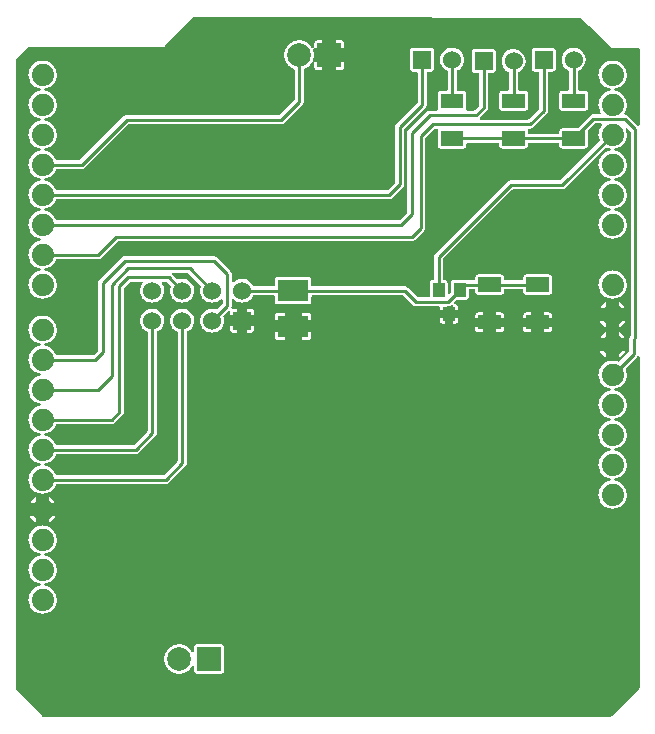
<source format=gbl>
G04 Layer: BottomLayer*
G04 EasyEDA v6.4.19.5, 2021-05-22T19:54:24+02:00*
G04 224cf8713a1a4faea1e3f274148ba73b,c38686c9fe6447858fcbf2546f174441,10*
G04 Gerber Generator version 0.2*
G04 Scale: 100 percent, Rotated: No, Reflected: No *
G04 Dimensions in millimeters *
G04 leading zeros omitted , absolute positions ,4 integer and 5 decimal *
%FSLAX45Y45*%
%MOMM*%

%ADD10C,0.2540*%
%ADD12C,2.0000*%
%ADD14C,1.5240*%
%ADD15C,1.8796*%

%LPD*%
G36*
X-4493107Y-4894326D02*
G01*
X-4497120Y-4893513D01*
X-4500473Y-4891176D01*
X-4721352Y-4658664D01*
X-4723434Y-4655464D01*
X-4724146Y-4651705D01*
X-4724146Y653643D01*
X-4723434Y657402D01*
X-4721301Y660654D01*
X-4616399Y770026D01*
X-4613046Y772363D01*
X-4609033Y773176D01*
X-3481730Y773176D01*
X-3477971Y773480D01*
X-3470960Y775512D01*
X-3466134Y778205D01*
X-3462934Y780948D01*
X-3219653Y1024178D01*
X-3216402Y1026414D01*
X-3212490Y1027176D01*
X-2414524Y1027176D01*
X49580Y1023366D01*
X53238Y1022705D01*
X56388Y1020724D01*
X198323Y890625D01*
X311810Y777138D01*
X314655Y774700D01*
X321056Y771194D01*
X326390Y769670D01*
X330606Y769366D01*
X548386Y769366D01*
X552297Y768604D01*
X555548Y766368D01*
X557784Y763117D01*
X558546Y759206D01*
X558546Y117144D01*
X557784Y113233D01*
X555548Y109931D01*
X552297Y107746D01*
X548386Y106984D01*
X544474Y107746D01*
X541223Y109931D01*
X459282Y191871D01*
X453085Y196951D01*
X446481Y200507D01*
X439267Y202692D01*
X435660Y203047D01*
X431698Y204266D01*
X428548Y207010D01*
X426770Y210769D01*
X426669Y214884D01*
X428193Y218744D01*
X433781Y227228D01*
X440334Y240385D01*
X445262Y254304D01*
X448411Y268681D01*
X449783Y283311D01*
X449326Y298043D01*
X447040Y312623D01*
X443026Y326796D01*
X437286Y340360D01*
X429920Y353110D01*
X421030Y364845D01*
X410768Y375412D01*
X399288Y384657D01*
X386791Y392379D01*
X373430Y398576D01*
X359359Y403047D01*
X354279Y403961D01*
X350621Y405434D01*
X347827Y408127D01*
X346252Y411683D01*
X346100Y415594D01*
X347472Y419252D01*
X350113Y422148D01*
X353669Y423824D01*
X366471Y427024D01*
X380187Y432358D01*
X393192Y439318D01*
X405180Y447852D01*
X416051Y457758D01*
X425653Y468934D01*
X433781Y481228D01*
X440334Y494385D01*
X445262Y508304D01*
X448411Y522681D01*
X449783Y537311D01*
X449326Y552043D01*
X447040Y566623D01*
X443026Y580796D01*
X437286Y594360D01*
X429920Y607110D01*
X421030Y618845D01*
X410768Y629412D01*
X399288Y638657D01*
X386791Y646379D01*
X373430Y652576D01*
X359359Y657047D01*
X344881Y659739D01*
X330200Y660654D01*
X315518Y659739D01*
X301040Y657047D01*
X286969Y652576D01*
X273608Y646379D01*
X261112Y638657D01*
X249631Y629412D01*
X239369Y618845D01*
X230479Y607110D01*
X223113Y594360D01*
X217373Y580796D01*
X213360Y566623D01*
X211074Y552043D01*
X210616Y537311D01*
X211988Y522681D01*
X215138Y508304D01*
X220065Y494385D01*
X226618Y481228D01*
X234746Y468934D01*
X244348Y457758D01*
X255219Y447852D01*
X267208Y439318D01*
X280212Y432358D01*
X293928Y427024D01*
X306730Y423824D01*
X310286Y422148D01*
X312928Y419252D01*
X314299Y415594D01*
X314147Y411683D01*
X312572Y408127D01*
X309778Y405434D01*
X306120Y403961D01*
X301040Y403047D01*
X286969Y398576D01*
X273608Y392379D01*
X261112Y384657D01*
X249631Y375412D01*
X239369Y364845D01*
X230479Y353110D01*
X223113Y340360D01*
X217373Y326796D01*
X213360Y312623D01*
X211074Y298043D01*
X210616Y283311D01*
X211988Y268681D01*
X215138Y254304D01*
X220065Y240385D01*
X226618Y227228D01*
X231902Y219252D01*
X233476Y215188D01*
X233222Y210820D01*
X231140Y207010D01*
X227685Y204368D01*
X223418Y203454D01*
X165608Y203454D01*
X157632Y202692D01*
X150418Y200507D01*
X143814Y196951D01*
X137617Y191871D01*
X34391Y88646D01*
X31089Y86461D01*
X27228Y85648D01*
X-94437Y85648D01*
X-100685Y84937D01*
X-106121Y83058D01*
X-110947Y80010D01*
X-115011Y75946D01*
X-118059Y71120D01*
X-119938Y65684D01*
X-120650Y59436D01*
X-120650Y48514D01*
X-121412Y44653D01*
X-123647Y41351D01*
X-126949Y39116D01*
X-130810Y38354D01*
X-377190Y38354D01*
X-381050Y39116D01*
X-384352Y41351D01*
X-386588Y44653D01*
X-387350Y48514D01*
X-387350Y59436D01*
X-388061Y65684D01*
X-389585Y70053D01*
X-390144Y73863D01*
X-389229Y77622D01*
X-386994Y80772D01*
X-383743Y82854D01*
X-379984Y83566D01*
X-368808Y83566D01*
X-360832Y84328D01*
X-353618Y86512D01*
X-347014Y90068D01*
X-340817Y95148D01*
X-227228Y208737D01*
X-222148Y214934D01*
X-218592Y221538D01*
X-216408Y228752D01*
X-215646Y236728D01*
X-215646Y556006D01*
X-214884Y559917D01*
X-212648Y563168D01*
X-209397Y565404D01*
X-205486Y566166D01*
X-178358Y566166D01*
X-172110Y566877D01*
X-166674Y568756D01*
X-161848Y571804D01*
X-157784Y575868D01*
X-154736Y580694D01*
X-152857Y586130D01*
X-152146Y592378D01*
X-152146Y743661D01*
X-152857Y749909D01*
X-154736Y755345D01*
X-157784Y760171D01*
X-161848Y764235D01*
X-166674Y767283D01*
X-172110Y769162D01*
X-178358Y769874D01*
X-329641Y769874D01*
X-335889Y769162D01*
X-341325Y767283D01*
X-346151Y764235D01*
X-350215Y760171D01*
X-353263Y755345D01*
X-355142Y749909D01*
X-355854Y743661D01*
X-355854Y592378D01*
X-355142Y586130D01*
X-353263Y580694D01*
X-350215Y575868D01*
X-346151Y571804D01*
X-341325Y568756D01*
X-335889Y566877D01*
X-329641Y566166D01*
X-302514Y566166D01*
X-298602Y565404D01*
X-295351Y563168D01*
X-293116Y559917D01*
X-292354Y556006D01*
X-292354Y256336D01*
X-293116Y252425D01*
X-295351Y249123D01*
X-381203Y163271D01*
X-384505Y161036D01*
X-388416Y160274D01*
X-784555Y160274D01*
X-788466Y161036D01*
X-791768Y163271D01*
X-793953Y166522D01*
X-794715Y170434D01*
X-793953Y174345D01*
X-791768Y177596D01*
X-735228Y234137D01*
X-730148Y240334D01*
X-726592Y246938D01*
X-724408Y254152D01*
X-723646Y262128D01*
X-723646Y543306D01*
X-722884Y547217D01*
X-720648Y550468D01*
X-717397Y552704D01*
X-713486Y553466D01*
X-686358Y553466D01*
X-680110Y554177D01*
X-674674Y556056D01*
X-669848Y559104D01*
X-665784Y563168D01*
X-662736Y567994D01*
X-660857Y573430D01*
X-660146Y579678D01*
X-660146Y730961D01*
X-660857Y737209D01*
X-662736Y742645D01*
X-665784Y747471D01*
X-669848Y751535D01*
X-674674Y754583D01*
X-680110Y756462D01*
X-686358Y757174D01*
X-837641Y757174D01*
X-843889Y756462D01*
X-849325Y754583D01*
X-854151Y751535D01*
X-858215Y747471D01*
X-861263Y742645D01*
X-863142Y737209D01*
X-863853Y730961D01*
X-863853Y579678D01*
X-863142Y573430D01*
X-861263Y567994D01*
X-858215Y563168D01*
X-854151Y559104D01*
X-849325Y556056D01*
X-843889Y554177D01*
X-837641Y553466D01*
X-810514Y553466D01*
X-806602Y552704D01*
X-803351Y550468D01*
X-801116Y547217D01*
X-800354Y543306D01*
X-800354Y281736D01*
X-801116Y277825D01*
X-803351Y274523D01*
X-838403Y239471D01*
X-841705Y237236D01*
X-845616Y236474D01*
X-900684Y236474D01*
X-904443Y237185D01*
X-907694Y239267D01*
X-909929Y242417D01*
X-910844Y246176D01*
X-910285Y249986D01*
X-908761Y254304D01*
X-908050Y260604D01*
X-908050Y379425D01*
X-908761Y385724D01*
X-910640Y391109D01*
X-913688Y395986D01*
X-917752Y399999D01*
X-922578Y403047D01*
X-928014Y404977D01*
X-934262Y405688D01*
X-980186Y405688D01*
X-984097Y406450D01*
X-987348Y408635D01*
X-989584Y411937D01*
X-990346Y415848D01*
X-990346Y567182D01*
X-989685Y570687D01*
X-987856Y573786D01*
X-985062Y576072D01*
X-973886Y582168D01*
X-962964Y590245D01*
X-953160Y599694D01*
X-944727Y610412D01*
X-937818Y622096D01*
X-932484Y634593D01*
X-928928Y647750D01*
X-927100Y661212D01*
X-927100Y674827D01*
X-928928Y688289D01*
X-932484Y701446D01*
X-937818Y713943D01*
X-944727Y725627D01*
X-953160Y736346D01*
X-962964Y745794D01*
X-973886Y753872D01*
X-985824Y760374D01*
X-998524Y765302D01*
X-1011783Y768451D01*
X-1025296Y769772D01*
X-1038910Y769315D01*
X-1052322Y767080D01*
X-1065276Y763066D01*
X-1077620Y757326D01*
X-1089101Y750011D01*
X-1099515Y741222D01*
X-1108608Y731113D01*
X-1116330Y719937D01*
X-1122426Y707796D01*
X-1126896Y694944D01*
X-1129639Y681583D01*
X-1130554Y668020D01*
X-1129639Y654456D01*
X-1126896Y641096D01*
X-1122426Y628243D01*
X-1116330Y616102D01*
X-1108608Y604926D01*
X-1099515Y594817D01*
X-1089101Y586028D01*
X-1077620Y578713D01*
X-1072946Y576529D01*
X-1069848Y574294D01*
X-1067765Y571093D01*
X-1067054Y567334D01*
X-1067054Y415848D01*
X-1067816Y411937D01*
X-1070051Y408635D01*
X-1073302Y406450D01*
X-1077214Y405688D01*
X-1123137Y405688D01*
X-1129385Y404977D01*
X-1134821Y403047D01*
X-1139647Y399999D01*
X-1143711Y395986D01*
X-1146759Y391109D01*
X-1148638Y385724D01*
X-1149350Y379425D01*
X-1149350Y260604D01*
X-1148638Y254304D01*
X-1147114Y249986D01*
X-1146556Y246176D01*
X-1147470Y242417D01*
X-1149705Y239267D01*
X-1152956Y237185D01*
X-1156716Y236474D01*
X-1218692Y236474D01*
X-1226667Y235712D01*
X-1233881Y233527D01*
X-1240485Y229971D01*
X-1246682Y224891D01*
X-1398371Y73202D01*
X-1403451Y67005D01*
X-1407007Y60401D01*
X-1409192Y53187D01*
X-1409954Y45212D01*
X-1409954Y-619963D01*
X-1410716Y-623874D01*
X-1412951Y-627176D01*
X-1473403Y-687628D01*
X-1476705Y-689864D01*
X-1480616Y-690626D01*
X-4375658Y-690626D01*
X-4379518Y-689864D01*
X-4382820Y-687679D01*
X-4385005Y-684428D01*
X-4388713Y-675640D01*
X-4396079Y-662889D01*
X-4404969Y-651154D01*
X-4415231Y-640588D01*
X-4426712Y-631342D01*
X-4439208Y-623620D01*
X-4452569Y-617423D01*
X-4466640Y-612952D01*
X-4471720Y-612038D01*
X-4475378Y-610565D01*
X-4478172Y-607872D01*
X-4479747Y-604316D01*
X-4479899Y-600405D01*
X-4478528Y-596747D01*
X-4475886Y-593852D01*
X-4472330Y-592175D01*
X-4459528Y-588975D01*
X-4445812Y-583641D01*
X-4432808Y-576681D01*
X-4420819Y-568147D01*
X-4409948Y-558241D01*
X-4400346Y-547065D01*
X-4392218Y-534771D01*
X-4385665Y-521614D01*
X-4385106Y-520141D01*
X-4382973Y-516585D01*
X-4379620Y-514197D01*
X-4375556Y-513334D01*
X-1562608Y-513334D01*
X-1554632Y-512572D01*
X-1547418Y-510387D01*
X-1540814Y-506831D01*
X-1534617Y-501751D01*
X-1446428Y-413562D01*
X-1441348Y-407365D01*
X-1437792Y-400761D01*
X-1435608Y-393547D01*
X-1434846Y-385572D01*
X-1434846Y76403D01*
X-1434084Y80314D01*
X-1431848Y83616D01*
X-1255928Y259537D01*
X-1250848Y265734D01*
X-1247292Y272338D01*
X-1245108Y279552D01*
X-1244346Y287528D01*
X-1244346Y556006D01*
X-1243584Y559917D01*
X-1241348Y563168D01*
X-1238097Y565404D01*
X-1234186Y566166D01*
X-1207058Y566166D01*
X-1200810Y566877D01*
X-1195374Y568756D01*
X-1190548Y571804D01*
X-1186484Y575868D01*
X-1183436Y580694D01*
X-1181557Y586130D01*
X-1180846Y592378D01*
X-1180846Y743661D01*
X-1181557Y749909D01*
X-1183436Y755345D01*
X-1186484Y760171D01*
X-1190548Y764235D01*
X-1195374Y767283D01*
X-1200810Y769162D01*
X-1207058Y769874D01*
X-1358341Y769874D01*
X-1364589Y769162D01*
X-1370025Y767283D01*
X-1374851Y764235D01*
X-1378915Y760171D01*
X-1381963Y755345D01*
X-1383842Y749909D01*
X-1384554Y743661D01*
X-1384554Y592378D01*
X-1383842Y586130D01*
X-1381963Y580694D01*
X-1378915Y575868D01*
X-1374851Y571804D01*
X-1370025Y568756D01*
X-1364589Y566877D01*
X-1358341Y566166D01*
X-1331214Y566166D01*
X-1327302Y565404D01*
X-1324051Y563168D01*
X-1321816Y559917D01*
X-1321054Y556006D01*
X-1321054Y307136D01*
X-1321816Y303225D01*
X-1324051Y299923D01*
X-1499971Y124002D01*
X-1505051Y117805D01*
X-1508607Y111201D01*
X-1510792Y103987D01*
X-1511554Y96012D01*
X-1511554Y-365963D01*
X-1512316Y-369874D01*
X-1514551Y-373176D01*
X-1575003Y-433628D01*
X-1578305Y-435864D01*
X-1582216Y-436626D01*
X-4375658Y-436626D01*
X-4379518Y-435864D01*
X-4382820Y-433679D01*
X-4385005Y-430428D01*
X-4388713Y-421640D01*
X-4396079Y-408889D01*
X-4404969Y-397154D01*
X-4415231Y-386588D01*
X-4426712Y-377342D01*
X-4439208Y-369620D01*
X-4452569Y-363423D01*
X-4466640Y-358952D01*
X-4471720Y-358038D01*
X-4475378Y-356565D01*
X-4478172Y-353872D01*
X-4479747Y-350316D01*
X-4479899Y-346405D01*
X-4478528Y-342747D01*
X-4475886Y-339852D01*
X-4472330Y-338175D01*
X-4459528Y-334975D01*
X-4445812Y-329641D01*
X-4432808Y-322681D01*
X-4420819Y-314147D01*
X-4409948Y-304241D01*
X-4400346Y-293065D01*
X-4392218Y-280771D01*
X-4385665Y-267614D01*
X-4385106Y-266141D01*
X-4382973Y-262585D01*
X-4379620Y-260197D01*
X-4375556Y-259334D01*
X-4166108Y-259334D01*
X-4158132Y-258571D01*
X-4150918Y-256387D01*
X-4144314Y-252831D01*
X-4138117Y-247751D01*
X-3771696Y118668D01*
X-3768394Y120904D01*
X-3764483Y121666D01*
X-2477008Y121666D01*
X-2469032Y122428D01*
X-2461818Y124612D01*
X-2455214Y128168D01*
X-2449017Y133248D01*
X-2297328Y284937D01*
X-2292248Y291134D01*
X-2288692Y297738D01*
X-2286508Y304952D01*
X-2285746Y312928D01*
X-2285746Y579272D01*
X-2285034Y583082D01*
X-2282901Y586333D01*
X-2279751Y588568D01*
X-2265730Y594868D01*
X-2252726Y602742D01*
X-2240788Y612089D01*
X-2230069Y622808D01*
X-2220722Y634746D01*
X-2214626Y644855D01*
X-2211578Y648004D01*
X-2207564Y649630D01*
X-2203196Y649376D01*
X-2199335Y647293D01*
X-2196693Y643839D01*
X-2195728Y639572D01*
X-2195728Y606704D01*
X-2195068Y600405D01*
X-2193137Y595020D01*
X-2190089Y590143D01*
X-2186076Y586130D01*
X-2181199Y583082D01*
X-2175814Y581152D01*
X-2169515Y580440D01*
X-2126437Y580440D01*
X-2126437Y649782D01*
X-2196490Y649782D01*
X-2200198Y650494D01*
X-2203399Y652475D01*
X-2205634Y655523D01*
X-2206650Y659180D01*
X-2206193Y662940D01*
X-2202129Y676046D01*
X-2199386Y690981D01*
X-2198471Y706120D01*
X-2199386Y721258D01*
X-2202129Y736193D01*
X-2206193Y749300D01*
X-2206650Y753059D01*
X-2205634Y756716D01*
X-2203399Y759764D01*
X-2200198Y761746D01*
X-2196490Y762457D01*
X-2126437Y762457D01*
X-2126437Y831748D01*
X-2169515Y831748D01*
X-2175814Y831087D01*
X-2181199Y829157D01*
X-2186076Y826109D01*
X-2190089Y822096D01*
X-2193137Y817219D01*
X-2195068Y811834D01*
X-2195728Y805535D01*
X-2195728Y772668D01*
X-2196693Y768400D01*
X-2199335Y764946D01*
X-2203196Y762863D01*
X-2207564Y762609D01*
X-2211578Y764235D01*
X-2214626Y767384D01*
X-2220722Y777494D01*
X-2230069Y789432D01*
X-2240788Y800150D01*
X-2252726Y809498D01*
X-2265730Y817372D01*
X-2279548Y823569D01*
X-2294026Y828090D01*
X-2308961Y830834D01*
X-2324100Y831748D01*
X-2339238Y830834D01*
X-2354173Y828090D01*
X-2368651Y823569D01*
X-2382469Y817372D01*
X-2395474Y809498D01*
X-2407412Y800150D01*
X-2418130Y789432D01*
X-2427478Y777494D01*
X-2435352Y764489D01*
X-2441549Y750671D01*
X-2446070Y736193D01*
X-2448814Y721258D01*
X-2449728Y706120D01*
X-2448814Y690981D01*
X-2446070Y676046D01*
X-2441549Y661568D01*
X-2435352Y647750D01*
X-2427478Y634746D01*
X-2418130Y622808D01*
X-2407412Y612089D01*
X-2395474Y602742D01*
X-2382469Y594868D01*
X-2368448Y588568D01*
X-2365298Y586333D01*
X-2363165Y583082D01*
X-2362454Y579272D01*
X-2362454Y332536D01*
X-2363216Y328625D01*
X-2365451Y325323D01*
X-2489403Y201371D01*
X-2492705Y199136D01*
X-2496616Y198374D01*
X-3784092Y198374D01*
X-3792067Y197612D01*
X-3799281Y195427D01*
X-3805885Y191871D01*
X-3812082Y186791D01*
X-4178503Y-179628D01*
X-4181805Y-181864D01*
X-4185716Y-182626D01*
X-4375658Y-182626D01*
X-4379518Y-181864D01*
X-4382820Y-179679D01*
X-4385005Y-176428D01*
X-4388713Y-167640D01*
X-4396079Y-154889D01*
X-4404969Y-143154D01*
X-4415231Y-132588D01*
X-4426712Y-123342D01*
X-4439208Y-115620D01*
X-4452569Y-109423D01*
X-4466640Y-104952D01*
X-4471720Y-104038D01*
X-4475378Y-102565D01*
X-4478172Y-99872D01*
X-4479747Y-96316D01*
X-4479899Y-92405D01*
X-4478528Y-88747D01*
X-4475886Y-85852D01*
X-4472330Y-84175D01*
X-4459528Y-80975D01*
X-4445812Y-75641D01*
X-4432808Y-68681D01*
X-4420819Y-60147D01*
X-4409948Y-50241D01*
X-4400346Y-39065D01*
X-4392218Y-26771D01*
X-4385665Y-13614D01*
X-4380738Y304D01*
X-4377588Y14681D01*
X-4376216Y29311D01*
X-4376674Y44043D01*
X-4378960Y58623D01*
X-4382973Y72796D01*
X-4388713Y86360D01*
X-4396079Y99110D01*
X-4404969Y110845D01*
X-4415231Y121412D01*
X-4426712Y130657D01*
X-4439208Y138379D01*
X-4452569Y144576D01*
X-4466640Y149047D01*
X-4471720Y149961D01*
X-4475378Y151434D01*
X-4478172Y154127D01*
X-4479747Y157683D01*
X-4479899Y161594D01*
X-4478528Y165252D01*
X-4475886Y168148D01*
X-4472330Y169824D01*
X-4459528Y173024D01*
X-4445812Y178358D01*
X-4432808Y185318D01*
X-4420819Y193852D01*
X-4409948Y203758D01*
X-4400346Y214934D01*
X-4392218Y227228D01*
X-4385665Y240385D01*
X-4380738Y254304D01*
X-4377588Y268681D01*
X-4376216Y283311D01*
X-4376674Y298043D01*
X-4378960Y312623D01*
X-4382973Y326796D01*
X-4388713Y340360D01*
X-4396079Y353110D01*
X-4404969Y364845D01*
X-4415231Y375412D01*
X-4426712Y384657D01*
X-4439208Y392379D01*
X-4452569Y398576D01*
X-4466640Y403047D01*
X-4471720Y403961D01*
X-4475378Y405434D01*
X-4478172Y408127D01*
X-4479747Y411683D01*
X-4479899Y415594D01*
X-4478528Y419252D01*
X-4475886Y422148D01*
X-4472330Y423824D01*
X-4459528Y427024D01*
X-4445812Y432358D01*
X-4432808Y439318D01*
X-4420819Y447852D01*
X-4409948Y457758D01*
X-4400346Y468934D01*
X-4392218Y481228D01*
X-4385665Y494385D01*
X-4380738Y508304D01*
X-4377588Y522681D01*
X-4376216Y537311D01*
X-4376674Y552043D01*
X-4378960Y566623D01*
X-4382973Y580796D01*
X-4388713Y594360D01*
X-4396079Y607110D01*
X-4404969Y618845D01*
X-4415231Y629412D01*
X-4426712Y638657D01*
X-4439208Y646379D01*
X-4452569Y652576D01*
X-4466640Y657047D01*
X-4481118Y659739D01*
X-4495800Y660654D01*
X-4510481Y659739D01*
X-4524959Y657047D01*
X-4539030Y652576D01*
X-4552391Y646379D01*
X-4564888Y638657D01*
X-4576368Y629412D01*
X-4586630Y618845D01*
X-4595520Y607110D01*
X-4602886Y594360D01*
X-4608626Y580796D01*
X-4612640Y566623D01*
X-4614926Y552043D01*
X-4615383Y537311D01*
X-4614011Y522681D01*
X-4610862Y508304D01*
X-4605934Y494385D01*
X-4599381Y481228D01*
X-4591253Y468934D01*
X-4581652Y457758D01*
X-4570780Y447852D01*
X-4558792Y439318D01*
X-4545787Y432358D01*
X-4532071Y427024D01*
X-4519269Y423824D01*
X-4515713Y422148D01*
X-4513072Y419252D01*
X-4511700Y415594D01*
X-4511852Y411683D01*
X-4513427Y408127D01*
X-4516221Y405434D01*
X-4519879Y403961D01*
X-4524959Y403047D01*
X-4539030Y398576D01*
X-4552391Y392379D01*
X-4564888Y384657D01*
X-4576368Y375412D01*
X-4586630Y364845D01*
X-4595520Y353110D01*
X-4602886Y340360D01*
X-4608626Y326796D01*
X-4612640Y312623D01*
X-4614926Y298043D01*
X-4615383Y283311D01*
X-4614011Y268681D01*
X-4610862Y254304D01*
X-4605934Y240385D01*
X-4599381Y227228D01*
X-4591253Y214934D01*
X-4581652Y203758D01*
X-4570780Y193852D01*
X-4558792Y185318D01*
X-4545787Y178358D01*
X-4532071Y173024D01*
X-4519269Y169824D01*
X-4515713Y168148D01*
X-4513072Y165252D01*
X-4511700Y161594D01*
X-4511852Y157683D01*
X-4513427Y154127D01*
X-4516221Y151434D01*
X-4519879Y149961D01*
X-4524959Y149047D01*
X-4539030Y144576D01*
X-4552391Y138379D01*
X-4564888Y130657D01*
X-4576368Y121412D01*
X-4586630Y110845D01*
X-4595520Y99110D01*
X-4602886Y86360D01*
X-4608626Y72796D01*
X-4612640Y58623D01*
X-4614926Y44043D01*
X-4615383Y29311D01*
X-4614011Y14681D01*
X-4610862Y304D01*
X-4605934Y-13614D01*
X-4599381Y-26771D01*
X-4591253Y-39065D01*
X-4581652Y-50241D01*
X-4570780Y-60147D01*
X-4558792Y-68681D01*
X-4545787Y-75641D01*
X-4532071Y-80975D01*
X-4519269Y-84175D01*
X-4515713Y-85852D01*
X-4513072Y-88747D01*
X-4511700Y-92405D01*
X-4511852Y-96316D01*
X-4513427Y-99872D01*
X-4516221Y-102565D01*
X-4519879Y-104038D01*
X-4524959Y-104952D01*
X-4539030Y-109423D01*
X-4552391Y-115620D01*
X-4564888Y-123342D01*
X-4576368Y-132588D01*
X-4586630Y-143154D01*
X-4595520Y-154889D01*
X-4602886Y-167640D01*
X-4608626Y-181203D01*
X-4612640Y-195376D01*
X-4614926Y-209956D01*
X-4615383Y-224688D01*
X-4614011Y-239318D01*
X-4610862Y-253695D01*
X-4605934Y-267614D01*
X-4599381Y-280771D01*
X-4591253Y-293065D01*
X-4581652Y-304241D01*
X-4570780Y-314147D01*
X-4558792Y-322681D01*
X-4545787Y-329641D01*
X-4532071Y-334975D01*
X-4519269Y-338175D01*
X-4515713Y-339852D01*
X-4513072Y-342747D01*
X-4511700Y-346405D01*
X-4511852Y-350316D01*
X-4513427Y-353872D01*
X-4516221Y-356565D01*
X-4519879Y-358038D01*
X-4524959Y-358952D01*
X-4539030Y-363423D01*
X-4552391Y-369620D01*
X-4564888Y-377342D01*
X-4576368Y-386588D01*
X-4586630Y-397154D01*
X-4595520Y-408889D01*
X-4602886Y-421640D01*
X-4608626Y-435203D01*
X-4612640Y-449376D01*
X-4614926Y-463956D01*
X-4615383Y-478688D01*
X-4614011Y-493318D01*
X-4610862Y-507695D01*
X-4605934Y-521614D01*
X-4599381Y-534771D01*
X-4591253Y-547065D01*
X-4581652Y-558241D01*
X-4570780Y-568147D01*
X-4558792Y-576681D01*
X-4545787Y-583641D01*
X-4532071Y-588975D01*
X-4519269Y-592175D01*
X-4515713Y-593852D01*
X-4513072Y-596747D01*
X-4511700Y-600405D01*
X-4511852Y-604316D01*
X-4513427Y-607872D01*
X-4516221Y-610565D01*
X-4519879Y-612038D01*
X-4524959Y-612952D01*
X-4539030Y-617423D01*
X-4552391Y-623620D01*
X-4564888Y-631342D01*
X-4576368Y-640588D01*
X-4586630Y-651154D01*
X-4595520Y-662889D01*
X-4602886Y-675640D01*
X-4608626Y-689203D01*
X-4612640Y-703376D01*
X-4614926Y-717956D01*
X-4615383Y-732688D01*
X-4614011Y-747318D01*
X-4610862Y-761695D01*
X-4605934Y-775614D01*
X-4599381Y-788771D01*
X-4591253Y-801065D01*
X-4581652Y-812241D01*
X-4570780Y-822147D01*
X-4558792Y-830681D01*
X-4545787Y-837641D01*
X-4532071Y-842975D01*
X-4519269Y-846175D01*
X-4515713Y-847852D01*
X-4513072Y-850747D01*
X-4511700Y-854405D01*
X-4511852Y-858316D01*
X-4513427Y-861872D01*
X-4516221Y-864565D01*
X-4519879Y-866038D01*
X-4524959Y-866952D01*
X-4539030Y-871423D01*
X-4552391Y-877620D01*
X-4564888Y-885342D01*
X-4576368Y-894587D01*
X-4586630Y-905154D01*
X-4595520Y-916889D01*
X-4602886Y-929640D01*
X-4608626Y-943203D01*
X-4612640Y-957376D01*
X-4614926Y-971956D01*
X-4615383Y-986688D01*
X-4614011Y-1001318D01*
X-4610862Y-1015695D01*
X-4605934Y-1029614D01*
X-4599381Y-1042771D01*
X-4591253Y-1055065D01*
X-4581652Y-1066241D01*
X-4570780Y-1076147D01*
X-4558792Y-1084681D01*
X-4545787Y-1091641D01*
X-4532071Y-1096975D01*
X-4519269Y-1100175D01*
X-4515713Y-1101852D01*
X-4513072Y-1104747D01*
X-4511700Y-1108405D01*
X-4511852Y-1112316D01*
X-4513427Y-1115872D01*
X-4516221Y-1118565D01*
X-4519879Y-1120038D01*
X-4524959Y-1120952D01*
X-4539030Y-1125423D01*
X-4552391Y-1131620D01*
X-4564888Y-1139342D01*
X-4576368Y-1148588D01*
X-4586630Y-1159154D01*
X-4595520Y-1170889D01*
X-4602886Y-1183640D01*
X-4608626Y-1197203D01*
X-4612640Y-1211376D01*
X-4614926Y-1225956D01*
X-4615383Y-1240688D01*
X-4614011Y-1255318D01*
X-4610862Y-1269695D01*
X-4605934Y-1283614D01*
X-4599381Y-1296771D01*
X-4591253Y-1309065D01*
X-4581652Y-1320241D01*
X-4570780Y-1330147D01*
X-4558792Y-1338681D01*
X-4545787Y-1345641D01*
X-4532071Y-1350975D01*
X-4517796Y-1354582D01*
X-4503166Y-1356360D01*
X-4488434Y-1356360D01*
X-4473803Y-1354582D01*
X-4459528Y-1350975D01*
X-4445812Y-1345641D01*
X-4432808Y-1338681D01*
X-4420819Y-1330147D01*
X-4409948Y-1320241D01*
X-4400346Y-1309065D01*
X-4392218Y-1296771D01*
X-4385665Y-1283614D01*
X-4380738Y-1269695D01*
X-4377588Y-1255318D01*
X-4376216Y-1240688D01*
X-4376674Y-1225956D01*
X-4378960Y-1211376D01*
X-4382973Y-1197203D01*
X-4388713Y-1183640D01*
X-4396079Y-1170889D01*
X-4404969Y-1159154D01*
X-4415231Y-1148588D01*
X-4426712Y-1139342D01*
X-4439208Y-1131620D01*
X-4452569Y-1125423D01*
X-4466640Y-1120952D01*
X-4471720Y-1120038D01*
X-4475378Y-1118565D01*
X-4478172Y-1115872D01*
X-4479747Y-1112316D01*
X-4479899Y-1108405D01*
X-4478528Y-1104747D01*
X-4475886Y-1101852D01*
X-4472330Y-1100175D01*
X-4459528Y-1096975D01*
X-4445812Y-1091641D01*
X-4432808Y-1084681D01*
X-4420819Y-1076147D01*
X-4409948Y-1066241D01*
X-4400346Y-1055065D01*
X-4392218Y-1042771D01*
X-4385665Y-1029614D01*
X-4385106Y-1028141D01*
X-4382973Y-1024585D01*
X-4379620Y-1022197D01*
X-4375556Y-1021334D01*
X-4026408Y-1021334D01*
X-4018432Y-1020571D01*
X-4011218Y-1018387D01*
X-4004614Y-1014831D01*
X-3998417Y-1009751D01*
X-3860596Y-871931D01*
X-3857294Y-869696D01*
X-3853383Y-868934D01*
X-1372108Y-868934D01*
X-1364132Y-868171D01*
X-1356918Y-865987D01*
X-1350314Y-862431D01*
X-1344117Y-857351D01*
X-1268628Y-781862D01*
X-1263548Y-775665D01*
X-1259992Y-769061D01*
X-1257808Y-761847D01*
X-1257046Y-753872D01*
X-1257046Y203D01*
X-1256284Y4114D01*
X-1254048Y7416D01*
X-1180896Y80568D01*
X-1177594Y82804D01*
X-1173683Y83566D01*
X-1156716Y83566D01*
X-1152956Y82854D01*
X-1149705Y80772D01*
X-1147470Y77622D01*
X-1146556Y73863D01*
X-1147114Y70053D01*
X-1148638Y65684D01*
X-1149350Y59436D01*
X-1149350Y-59436D01*
X-1148638Y-65684D01*
X-1146759Y-71069D01*
X-1143711Y-75946D01*
X-1139647Y-80010D01*
X-1134821Y-83058D01*
X-1129385Y-84937D01*
X-1123137Y-85648D01*
X-934262Y-85648D01*
X-928014Y-84937D01*
X-922578Y-83058D01*
X-917752Y-80010D01*
X-913688Y-75946D01*
X-910640Y-71069D01*
X-908761Y-65684D01*
X-908050Y-59436D01*
X-908050Y-48514D01*
X-907287Y-44602D01*
X-905052Y-41300D01*
X-901750Y-39116D01*
X-897890Y-38354D01*
X-638810Y-38354D01*
X-634949Y-39116D01*
X-631647Y-41300D01*
X-629412Y-44602D01*
X-628650Y-48514D01*
X-628650Y-59436D01*
X-627938Y-65684D01*
X-626059Y-71069D01*
X-623011Y-75946D01*
X-618947Y-80010D01*
X-614121Y-83058D01*
X-608685Y-84937D01*
X-602437Y-85648D01*
X-413562Y-85648D01*
X-407314Y-84937D01*
X-401878Y-83058D01*
X-397052Y-80010D01*
X-392988Y-75946D01*
X-389940Y-71069D01*
X-388061Y-65684D01*
X-387350Y-59436D01*
X-387350Y-48514D01*
X-386588Y-44602D01*
X-384352Y-41300D01*
X-381050Y-39116D01*
X-377190Y-38354D01*
X-130810Y-38354D01*
X-126949Y-39116D01*
X-123647Y-41300D01*
X-121412Y-44602D01*
X-120650Y-48514D01*
X-120650Y-59436D01*
X-119938Y-65684D01*
X-118059Y-71069D01*
X-115011Y-75946D01*
X-110947Y-80010D01*
X-106121Y-83058D01*
X-100685Y-84937D01*
X-94437Y-85648D01*
X94437Y-85648D01*
X100685Y-84937D01*
X106121Y-83058D01*
X110947Y-80010D01*
X115011Y-75946D01*
X118059Y-71069D01*
X119938Y-65684D01*
X120650Y-59436D01*
X120599Y63855D01*
X121615Y66751D01*
X123393Y69189D01*
X178003Y123799D01*
X181305Y125983D01*
X185216Y126746D01*
X230987Y126746D01*
X235356Y125780D01*
X238861Y122986D01*
X240842Y119024D01*
X240944Y114554D01*
X239064Y110489D01*
X230479Y99110D01*
X223113Y86360D01*
X217373Y72796D01*
X213360Y58623D01*
X211074Y44043D01*
X210616Y29311D01*
X211988Y14681D01*
X215138Y304D01*
X220370Y-14376D01*
X220929Y-18135D01*
X220116Y-21844D01*
X217982Y-24993D01*
X-109423Y-352348D01*
X-112725Y-354584D01*
X-116585Y-355346D01*
X-532892Y-355346D01*
X-540867Y-356108D01*
X-548081Y-358292D01*
X-554685Y-361848D01*
X-560882Y-366928D01*
X-1169771Y-975817D01*
X-1174851Y-982014D01*
X-1178407Y-988618D01*
X-1180592Y-995832D01*
X-1181354Y-1003808D01*
X-1181354Y-1189736D01*
X-1182116Y-1193596D01*
X-1184351Y-1196898D01*
X-1187602Y-1199134D01*
X-1191514Y-1199896D01*
X-1199489Y-1200607D01*
X-1204925Y-1202486D01*
X-1209751Y-1205534D01*
X-1213815Y-1209598D01*
X-1216863Y-1214424D01*
X-1218742Y-1219860D01*
X-1219454Y-1226108D01*
X-1219454Y-1335786D01*
X-1220216Y-1339646D01*
X-1222451Y-1342948D01*
X-1225702Y-1345184D01*
X-1229614Y-1345946D01*
X-1313383Y-1345946D01*
X-1317294Y-1345184D01*
X-1320596Y-1342948D01*
X-1400251Y-1263294D01*
X-1406448Y-1258214D01*
X-1413052Y-1254658D01*
X-1420266Y-1252474D01*
X-1428242Y-1251712D01*
X-2209088Y-1251712D01*
X-2212949Y-1250950D01*
X-2216251Y-1248714D01*
X-2218486Y-1245463D01*
X-2219248Y-1241552D01*
X-2219248Y-1200658D01*
X-2219960Y-1194358D01*
X-2221839Y-1188974D01*
X-2224887Y-1184097D01*
X-2228951Y-1180084D01*
X-2233777Y-1177036D01*
X-2239213Y-1175105D01*
X-2245461Y-1174394D01*
X-2504338Y-1174394D01*
X-2510586Y-1175105D01*
X-2516022Y-1177036D01*
X-2520848Y-1180084D01*
X-2524912Y-1184097D01*
X-2527960Y-1188974D01*
X-2529840Y-1194358D01*
X-2530551Y-1200658D01*
X-2530551Y-1240688D01*
X-2531313Y-1244549D01*
X-2533548Y-1247902D01*
X-2536850Y-1250086D01*
X-2540762Y-1250848D01*
X-2705608Y-1249984D01*
X-2709113Y-1249324D01*
X-2712212Y-1247495D01*
X-2714447Y-1244701D01*
X-2720848Y-1232966D01*
X-2728925Y-1222044D01*
X-2738374Y-1212240D01*
X-2749092Y-1203807D01*
X-2760776Y-1196898D01*
X-2773273Y-1191564D01*
X-2786430Y-1188008D01*
X-2799892Y-1186180D01*
X-2813507Y-1186180D01*
X-2826969Y-1188008D01*
X-2840126Y-1191564D01*
X-2852623Y-1196898D01*
X-2864307Y-1203807D01*
X-2875026Y-1212240D01*
X-2877870Y-1215237D01*
X-2881172Y-1217523D01*
X-2885084Y-1218336D01*
X-2888996Y-1217574D01*
X-2892348Y-1215390D01*
X-2894584Y-1212088D01*
X-2895346Y-1208176D01*
X-2895346Y-1148588D01*
X-2896108Y-1140612D01*
X-2898292Y-1133398D01*
X-2901848Y-1126794D01*
X-2906928Y-1120597D01*
X-3020517Y-1007008D01*
X-3026714Y-1001928D01*
X-3033318Y-998372D01*
X-3040532Y-996187D01*
X-3048508Y-995426D01*
X-3796792Y-995426D01*
X-3804767Y-996187D01*
X-3811981Y-998372D01*
X-3818585Y-1001928D01*
X-3824782Y-1007008D01*
X-4014571Y-1196797D01*
X-4019651Y-1202994D01*
X-4023207Y-1209598D01*
X-4025392Y-1216812D01*
X-4026154Y-1224788D01*
X-4026154Y-1788363D01*
X-4026915Y-1792274D01*
X-4029151Y-1795576D01*
X-4064203Y-1830628D01*
X-4067505Y-1832864D01*
X-4071416Y-1833625D01*
X-4375658Y-1833625D01*
X-4379518Y-1832864D01*
X-4382820Y-1830679D01*
X-4385005Y-1827428D01*
X-4388713Y-1818639D01*
X-4396079Y-1805889D01*
X-4404969Y-1794154D01*
X-4415231Y-1783588D01*
X-4426712Y-1774342D01*
X-4439208Y-1766620D01*
X-4452569Y-1760423D01*
X-4466640Y-1755952D01*
X-4471720Y-1755038D01*
X-4475378Y-1753565D01*
X-4478172Y-1750872D01*
X-4479747Y-1747316D01*
X-4479899Y-1743405D01*
X-4478528Y-1739747D01*
X-4475886Y-1736852D01*
X-4472330Y-1735175D01*
X-4459528Y-1731975D01*
X-4445812Y-1726641D01*
X-4432808Y-1719681D01*
X-4420819Y-1711147D01*
X-4409948Y-1701241D01*
X-4400346Y-1690065D01*
X-4392218Y-1677771D01*
X-4385665Y-1664614D01*
X-4380738Y-1650695D01*
X-4377588Y-1636318D01*
X-4376216Y-1621688D01*
X-4376674Y-1606956D01*
X-4378960Y-1592376D01*
X-4382973Y-1578203D01*
X-4388713Y-1564640D01*
X-4396079Y-1551889D01*
X-4404969Y-1540154D01*
X-4415231Y-1529588D01*
X-4426712Y-1520342D01*
X-4439208Y-1512620D01*
X-4452569Y-1506423D01*
X-4466640Y-1501952D01*
X-4481118Y-1499260D01*
X-4495800Y-1498346D01*
X-4510481Y-1499260D01*
X-4524959Y-1501952D01*
X-4539030Y-1506423D01*
X-4552391Y-1512620D01*
X-4564888Y-1520342D01*
X-4576368Y-1529588D01*
X-4586630Y-1540154D01*
X-4595520Y-1551889D01*
X-4602886Y-1564640D01*
X-4608626Y-1578203D01*
X-4612640Y-1592376D01*
X-4614926Y-1606956D01*
X-4615383Y-1621688D01*
X-4614011Y-1636318D01*
X-4610862Y-1650695D01*
X-4605934Y-1664614D01*
X-4599381Y-1677771D01*
X-4591253Y-1690065D01*
X-4581652Y-1701241D01*
X-4570780Y-1711147D01*
X-4558792Y-1719681D01*
X-4545787Y-1726641D01*
X-4532071Y-1731975D01*
X-4519269Y-1735175D01*
X-4515713Y-1736852D01*
X-4513072Y-1739747D01*
X-4511700Y-1743405D01*
X-4511852Y-1747316D01*
X-4513427Y-1750872D01*
X-4516221Y-1753565D01*
X-4519879Y-1755038D01*
X-4524959Y-1755952D01*
X-4539030Y-1760423D01*
X-4552391Y-1766620D01*
X-4564888Y-1774342D01*
X-4576368Y-1783588D01*
X-4586630Y-1794154D01*
X-4595520Y-1805889D01*
X-4602886Y-1818639D01*
X-4608626Y-1832203D01*
X-4612640Y-1846376D01*
X-4614926Y-1860956D01*
X-4615383Y-1875688D01*
X-4614011Y-1890318D01*
X-4610862Y-1904695D01*
X-4605934Y-1918614D01*
X-4599381Y-1931771D01*
X-4591253Y-1944065D01*
X-4581652Y-1955241D01*
X-4570780Y-1965147D01*
X-4558792Y-1973681D01*
X-4545787Y-1980641D01*
X-4532071Y-1985975D01*
X-4519269Y-1989175D01*
X-4515713Y-1990852D01*
X-4513072Y-1993747D01*
X-4511700Y-1997405D01*
X-4511852Y-2001316D01*
X-4513427Y-2004872D01*
X-4516221Y-2007565D01*
X-4519879Y-2009038D01*
X-4524959Y-2009952D01*
X-4539030Y-2014423D01*
X-4552391Y-2020620D01*
X-4564888Y-2028342D01*
X-4576368Y-2037588D01*
X-4586630Y-2048154D01*
X-4595520Y-2059889D01*
X-4602886Y-2072639D01*
X-4608626Y-2086203D01*
X-4612640Y-2100376D01*
X-4614926Y-2114956D01*
X-4615383Y-2129688D01*
X-4614011Y-2144318D01*
X-4610862Y-2158695D01*
X-4605934Y-2172614D01*
X-4599381Y-2185771D01*
X-4591253Y-2198065D01*
X-4581652Y-2209241D01*
X-4570780Y-2219147D01*
X-4558792Y-2227681D01*
X-4545787Y-2234641D01*
X-4532071Y-2239975D01*
X-4519269Y-2243175D01*
X-4515713Y-2244852D01*
X-4513072Y-2247747D01*
X-4511700Y-2251405D01*
X-4511852Y-2255316D01*
X-4513427Y-2258872D01*
X-4516221Y-2261565D01*
X-4519879Y-2263038D01*
X-4524959Y-2263952D01*
X-4539030Y-2268423D01*
X-4552391Y-2274620D01*
X-4564888Y-2282342D01*
X-4576368Y-2291588D01*
X-4586630Y-2302154D01*
X-4595520Y-2313889D01*
X-4602886Y-2326640D01*
X-4608626Y-2340203D01*
X-4612640Y-2354376D01*
X-4614926Y-2368956D01*
X-4615383Y-2383688D01*
X-4614011Y-2398318D01*
X-4610862Y-2412695D01*
X-4605934Y-2426614D01*
X-4599381Y-2439771D01*
X-4591253Y-2452065D01*
X-4581652Y-2463241D01*
X-4570780Y-2473147D01*
X-4558792Y-2481681D01*
X-4545787Y-2488641D01*
X-4532071Y-2493975D01*
X-4519269Y-2497175D01*
X-4515713Y-2498852D01*
X-4513072Y-2501747D01*
X-4511700Y-2505405D01*
X-4511852Y-2509316D01*
X-4513427Y-2512872D01*
X-4516221Y-2515565D01*
X-4519879Y-2517038D01*
X-4524959Y-2517952D01*
X-4539030Y-2522423D01*
X-4552391Y-2528620D01*
X-4564888Y-2536342D01*
X-4576368Y-2545588D01*
X-4586630Y-2556154D01*
X-4595520Y-2567889D01*
X-4602886Y-2580640D01*
X-4608626Y-2594203D01*
X-4612640Y-2608376D01*
X-4614926Y-2622956D01*
X-4615383Y-2637688D01*
X-4614011Y-2652318D01*
X-4610862Y-2666695D01*
X-4605934Y-2680614D01*
X-4599381Y-2693771D01*
X-4591253Y-2706065D01*
X-4581652Y-2717241D01*
X-4570780Y-2727147D01*
X-4558792Y-2735681D01*
X-4545787Y-2742641D01*
X-4532071Y-2747975D01*
X-4519269Y-2751175D01*
X-4515713Y-2752852D01*
X-4513072Y-2755747D01*
X-4511700Y-2759405D01*
X-4511852Y-2763316D01*
X-4513427Y-2766872D01*
X-4516221Y-2769565D01*
X-4519879Y-2771038D01*
X-4524959Y-2771952D01*
X-4539030Y-2776423D01*
X-4552391Y-2782620D01*
X-4564888Y-2790342D01*
X-4576368Y-2799588D01*
X-4586630Y-2810154D01*
X-4595520Y-2821889D01*
X-4602886Y-2834640D01*
X-4608626Y-2848203D01*
X-4612640Y-2862376D01*
X-4614926Y-2876956D01*
X-4615383Y-2891688D01*
X-4614011Y-2906318D01*
X-4610862Y-2920695D01*
X-4605934Y-2934614D01*
X-4599381Y-2947771D01*
X-4591253Y-2960065D01*
X-4581652Y-2971241D01*
X-4570780Y-2981147D01*
X-4558792Y-2989681D01*
X-4545787Y-2996641D01*
X-4532071Y-3001975D01*
X-4517796Y-3005582D01*
X-4503166Y-3007360D01*
X-4488434Y-3007360D01*
X-4473803Y-3005582D01*
X-4459528Y-3001975D01*
X-4445812Y-2996641D01*
X-4432808Y-2989681D01*
X-4420819Y-2981147D01*
X-4409948Y-2971241D01*
X-4400346Y-2960065D01*
X-4392218Y-2947771D01*
X-4385665Y-2934614D01*
X-4385106Y-2933141D01*
X-4382973Y-2929585D01*
X-4379620Y-2927197D01*
X-4375556Y-2926334D01*
X-3454908Y-2926334D01*
X-3446932Y-2925572D01*
X-3439718Y-2923387D01*
X-3433114Y-2919831D01*
X-3426917Y-2914751D01*
X-3287928Y-2775762D01*
X-3282848Y-2769565D01*
X-3279292Y-2762961D01*
X-3277108Y-2755747D01*
X-3276346Y-2747772D01*
X-3276346Y-1642465D01*
X-3275685Y-1638858D01*
X-3273704Y-1635658D01*
X-3270758Y-1633423D01*
X-3262782Y-1629410D01*
X-3251606Y-1621688D01*
X-3241497Y-1612595D01*
X-3232708Y-1602181D01*
X-3225393Y-1590700D01*
X-3219653Y-1578356D01*
X-3215640Y-1565402D01*
X-3213404Y-1551990D01*
X-3212947Y-1538376D01*
X-3214268Y-1524863D01*
X-3217418Y-1511604D01*
X-3222345Y-1498904D01*
X-3228848Y-1486966D01*
X-3236925Y-1476044D01*
X-3246374Y-1466240D01*
X-3257092Y-1457807D01*
X-3268776Y-1450898D01*
X-3281273Y-1445564D01*
X-3294430Y-1442008D01*
X-3307892Y-1440180D01*
X-3321507Y-1440180D01*
X-3334969Y-1442008D01*
X-3348126Y-1445564D01*
X-3360623Y-1450898D01*
X-3372307Y-1457807D01*
X-3383026Y-1466240D01*
X-3392474Y-1476044D01*
X-3400551Y-1486966D01*
X-3407054Y-1498904D01*
X-3411982Y-1511604D01*
X-3415131Y-1524863D01*
X-3416452Y-1538376D01*
X-3415995Y-1551990D01*
X-3413760Y-1565402D01*
X-3409746Y-1578356D01*
X-3404006Y-1590700D01*
X-3396691Y-1602181D01*
X-3387902Y-1612595D01*
X-3377793Y-1621688D01*
X-3366617Y-1629410D01*
X-3358642Y-1633423D01*
X-3355695Y-1635658D01*
X-3353714Y-1638858D01*
X-3353054Y-1642465D01*
X-3353054Y-2728163D01*
X-3353815Y-2732074D01*
X-3356051Y-2735376D01*
X-3467303Y-2846628D01*
X-3470605Y-2848864D01*
X-3474516Y-2849626D01*
X-4375658Y-2849626D01*
X-4379518Y-2848864D01*
X-4382820Y-2846679D01*
X-4385005Y-2843428D01*
X-4388713Y-2834640D01*
X-4396079Y-2821889D01*
X-4404969Y-2810154D01*
X-4415231Y-2799588D01*
X-4426712Y-2790342D01*
X-4439208Y-2782620D01*
X-4452569Y-2776423D01*
X-4466640Y-2771952D01*
X-4471720Y-2771038D01*
X-4475378Y-2769565D01*
X-4478172Y-2766872D01*
X-4479747Y-2763316D01*
X-4479899Y-2759405D01*
X-4478528Y-2755747D01*
X-4475886Y-2752852D01*
X-4472330Y-2751175D01*
X-4459528Y-2747975D01*
X-4445812Y-2742641D01*
X-4432808Y-2735681D01*
X-4420819Y-2727147D01*
X-4409948Y-2717241D01*
X-4400346Y-2706065D01*
X-4392218Y-2693771D01*
X-4385665Y-2680614D01*
X-4385106Y-2679141D01*
X-4382973Y-2675585D01*
X-4379620Y-2673197D01*
X-4375556Y-2672334D01*
X-3708908Y-2672334D01*
X-3700932Y-2671572D01*
X-3693718Y-2669387D01*
X-3687114Y-2665831D01*
X-3680917Y-2660751D01*
X-3541928Y-2521762D01*
X-3536848Y-2515565D01*
X-3533292Y-2508961D01*
X-3531108Y-2501747D01*
X-3530346Y-2493772D01*
X-3530346Y-1642465D01*
X-3529685Y-1638858D01*
X-3527704Y-1635658D01*
X-3524758Y-1633423D01*
X-3516782Y-1629410D01*
X-3505606Y-1621688D01*
X-3495497Y-1612595D01*
X-3486708Y-1602181D01*
X-3479393Y-1590700D01*
X-3473653Y-1578356D01*
X-3469640Y-1565402D01*
X-3467404Y-1551990D01*
X-3466947Y-1538376D01*
X-3468268Y-1524863D01*
X-3471418Y-1511604D01*
X-3476345Y-1498904D01*
X-3482848Y-1486966D01*
X-3490925Y-1476044D01*
X-3500374Y-1466240D01*
X-3511092Y-1457807D01*
X-3522776Y-1450898D01*
X-3535273Y-1445564D01*
X-3548430Y-1442008D01*
X-3561892Y-1440180D01*
X-3575507Y-1440180D01*
X-3588969Y-1442008D01*
X-3602126Y-1445564D01*
X-3614623Y-1450898D01*
X-3626307Y-1457807D01*
X-3637026Y-1466240D01*
X-3646474Y-1476044D01*
X-3654551Y-1486966D01*
X-3661054Y-1498904D01*
X-3665982Y-1511604D01*
X-3669131Y-1524863D01*
X-3670452Y-1538376D01*
X-3669995Y-1551990D01*
X-3667760Y-1565402D01*
X-3663746Y-1578356D01*
X-3658006Y-1590700D01*
X-3650691Y-1602181D01*
X-3641902Y-1612595D01*
X-3631793Y-1621688D01*
X-3620617Y-1629410D01*
X-3612642Y-1633423D01*
X-3609695Y-1635658D01*
X-3607714Y-1638858D01*
X-3607054Y-1642465D01*
X-3607054Y-2474163D01*
X-3607815Y-2478074D01*
X-3610051Y-2481376D01*
X-3721303Y-2592628D01*
X-3724605Y-2594864D01*
X-3728516Y-2595626D01*
X-4375658Y-2595626D01*
X-4379518Y-2594864D01*
X-4382820Y-2592679D01*
X-4385005Y-2589428D01*
X-4388713Y-2580640D01*
X-4396079Y-2567889D01*
X-4404969Y-2556154D01*
X-4415231Y-2545588D01*
X-4426712Y-2536342D01*
X-4439208Y-2528620D01*
X-4452569Y-2522423D01*
X-4466640Y-2517952D01*
X-4471720Y-2517038D01*
X-4475378Y-2515565D01*
X-4478172Y-2512872D01*
X-4479747Y-2509316D01*
X-4479899Y-2505405D01*
X-4478528Y-2501747D01*
X-4475886Y-2498852D01*
X-4472330Y-2497175D01*
X-4459528Y-2493975D01*
X-4445812Y-2488641D01*
X-4432808Y-2481681D01*
X-4420819Y-2473147D01*
X-4409948Y-2463241D01*
X-4400346Y-2452065D01*
X-4392218Y-2439771D01*
X-4385665Y-2426614D01*
X-4385106Y-2425141D01*
X-4382973Y-2421585D01*
X-4379620Y-2419197D01*
X-4375556Y-2418334D01*
X-3912108Y-2418334D01*
X-3904132Y-2417572D01*
X-3896918Y-2415387D01*
X-3890314Y-2411831D01*
X-3884117Y-2406751D01*
X-3821328Y-2343962D01*
X-3816248Y-2337765D01*
X-3812692Y-2331161D01*
X-3810508Y-2323947D01*
X-3809746Y-2315972D01*
X-3809746Y-1269796D01*
X-3808984Y-1265885D01*
X-3806748Y-1262583D01*
X-3758996Y-1214831D01*
X-3755694Y-1212596D01*
X-3751783Y-1211834D01*
X-3659073Y-1211834D01*
X-3654704Y-1212799D01*
X-3651199Y-1215542D01*
X-3649218Y-1219504D01*
X-3649065Y-1223975D01*
X-3650894Y-1228039D01*
X-3654551Y-1232966D01*
X-3661054Y-1244904D01*
X-3665982Y-1257604D01*
X-3669131Y-1270863D01*
X-3670452Y-1284376D01*
X-3669995Y-1297990D01*
X-3667760Y-1311402D01*
X-3663746Y-1324356D01*
X-3658006Y-1336700D01*
X-3650691Y-1348181D01*
X-3641902Y-1358595D01*
X-3631793Y-1367688D01*
X-3620617Y-1375410D01*
X-3608476Y-1381506D01*
X-3595624Y-1385976D01*
X-3582263Y-1388719D01*
X-3568700Y-1389634D01*
X-3555136Y-1388719D01*
X-3541776Y-1385976D01*
X-3528923Y-1381506D01*
X-3516782Y-1375410D01*
X-3505606Y-1367688D01*
X-3495497Y-1358595D01*
X-3486708Y-1348181D01*
X-3479393Y-1336700D01*
X-3473653Y-1324356D01*
X-3469640Y-1311402D01*
X-3467404Y-1297990D01*
X-3466947Y-1284376D01*
X-3468268Y-1270863D01*
X-3471418Y-1257604D01*
X-3476345Y-1244904D01*
X-3482848Y-1232966D01*
X-3486505Y-1228039D01*
X-3488334Y-1223975D01*
X-3488182Y-1219504D01*
X-3486200Y-1215542D01*
X-3482695Y-1212799D01*
X-3478326Y-1211834D01*
X-3449116Y-1211834D01*
X-3445205Y-1212596D01*
X-3441903Y-1214831D01*
X-3413048Y-1243685D01*
X-3410864Y-1246886D01*
X-3410102Y-1250696D01*
X-3410762Y-1254506D01*
X-3411982Y-1257604D01*
X-3415131Y-1270863D01*
X-3416452Y-1284376D01*
X-3415995Y-1297990D01*
X-3413760Y-1311402D01*
X-3409746Y-1324356D01*
X-3404006Y-1336700D01*
X-3396691Y-1348181D01*
X-3387902Y-1358595D01*
X-3377793Y-1367688D01*
X-3366617Y-1375410D01*
X-3354476Y-1381506D01*
X-3341624Y-1385976D01*
X-3328263Y-1388719D01*
X-3314700Y-1389634D01*
X-3301136Y-1388719D01*
X-3287776Y-1385976D01*
X-3274923Y-1381506D01*
X-3262782Y-1375410D01*
X-3251606Y-1367688D01*
X-3241497Y-1358595D01*
X-3232708Y-1348181D01*
X-3225393Y-1336700D01*
X-3219653Y-1324356D01*
X-3215640Y-1311402D01*
X-3213404Y-1297990D01*
X-3212947Y-1284376D01*
X-3214268Y-1270863D01*
X-3217418Y-1257604D01*
X-3222345Y-1244904D01*
X-3228848Y-1232966D01*
X-3236925Y-1222044D01*
X-3246374Y-1212240D01*
X-3257092Y-1203807D01*
X-3268776Y-1196898D01*
X-3281273Y-1191564D01*
X-3294430Y-1188008D01*
X-3307892Y-1186180D01*
X-3321507Y-1186180D01*
X-3334969Y-1188008D01*
X-3349040Y-1191869D01*
X-3352596Y-1192225D01*
X-3356051Y-1191310D01*
X-3358946Y-1189278D01*
X-3395268Y-1152956D01*
X-3397453Y-1149705D01*
X-3398215Y-1145794D01*
X-3397453Y-1141882D01*
X-3395268Y-1138631D01*
X-3391966Y-1136396D01*
X-3388055Y-1135634D01*
X-3271316Y-1135634D01*
X-3267405Y-1136396D01*
X-3264103Y-1138631D01*
X-3159048Y-1243685D01*
X-3156864Y-1246886D01*
X-3156102Y-1250696D01*
X-3156762Y-1254506D01*
X-3157982Y-1257604D01*
X-3161131Y-1270863D01*
X-3162452Y-1284376D01*
X-3161995Y-1297990D01*
X-3159760Y-1311402D01*
X-3155746Y-1324356D01*
X-3150006Y-1336700D01*
X-3142691Y-1348181D01*
X-3133902Y-1358595D01*
X-3123793Y-1367688D01*
X-3112617Y-1375410D01*
X-3100476Y-1381506D01*
X-3087624Y-1385976D01*
X-3074263Y-1388719D01*
X-3060700Y-1389634D01*
X-3047136Y-1388719D01*
X-3033776Y-1385976D01*
X-3020923Y-1381506D01*
X-3008782Y-1375410D01*
X-2997606Y-1367688D01*
X-2989021Y-1359966D01*
X-2985719Y-1357934D01*
X-2981858Y-1357325D01*
X-2978099Y-1358188D01*
X-2974898Y-1360424D01*
X-2972816Y-1363675D01*
X-2972054Y-1367485D01*
X-2972054Y-1394663D01*
X-2972816Y-1398574D01*
X-2975051Y-1401876D01*
X-3016453Y-1443278D01*
X-3019348Y-1445310D01*
X-3022803Y-1446225D01*
X-3026359Y-1445869D01*
X-3040430Y-1442008D01*
X-3053892Y-1440180D01*
X-3067507Y-1440180D01*
X-3080969Y-1442008D01*
X-3094126Y-1445564D01*
X-3106623Y-1450898D01*
X-3118307Y-1457807D01*
X-3129026Y-1466240D01*
X-3138474Y-1476044D01*
X-3146552Y-1486966D01*
X-3153054Y-1498904D01*
X-3157982Y-1511604D01*
X-3161131Y-1524863D01*
X-3162452Y-1538376D01*
X-3161995Y-1551990D01*
X-3159760Y-1565402D01*
X-3155746Y-1578356D01*
X-3150006Y-1590700D01*
X-3142691Y-1602181D01*
X-3133902Y-1612595D01*
X-3123793Y-1621688D01*
X-3112617Y-1629410D01*
X-3100476Y-1635506D01*
X-3087624Y-1639976D01*
X-3074263Y-1642719D01*
X-3060700Y-1643634D01*
X-3047136Y-1642719D01*
X-3033776Y-1639976D01*
X-3020923Y-1635506D01*
X-3008782Y-1629410D01*
X-2997606Y-1621688D01*
X-2987497Y-1612595D01*
X-2978708Y-1602181D01*
X-2971393Y-1590700D01*
X-2965653Y-1578356D01*
X-2961640Y-1565402D01*
X-2959404Y-1551990D01*
X-2958947Y-1538376D01*
X-2960268Y-1524863D01*
X-2963418Y-1511604D01*
X-2964637Y-1508506D01*
X-2965297Y-1504696D01*
X-2964535Y-1500886D01*
X-2962351Y-1497685D01*
X-2925876Y-1461211D01*
X-2922625Y-1459026D01*
X-2918714Y-1458264D01*
X-2914802Y-1459026D01*
X-2911551Y-1461211D01*
X-2909316Y-1464513D01*
X-2908554Y-1468424D01*
X-2908554Y-1497330D01*
X-2851150Y-1497330D01*
X-2851150Y-1439926D01*
X-2882341Y-1439926D01*
X-2886811Y-1440434D01*
X-2890824Y-1440078D01*
X-2894330Y-1438249D01*
X-2896920Y-1435201D01*
X-2898089Y-1431340D01*
X-2897682Y-1427378D01*
X-2896108Y-1422247D01*
X-2895346Y-1414272D01*
X-2895346Y-1367485D01*
X-2894584Y-1363675D01*
X-2892501Y-1360424D01*
X-2889300Y-1358188D01*
X-2885541Y-1357325D01*
X-2881680Y-1357934D01*
X-2878378Y-1359966D01*
X-2869793Y-1367688D01*
X-2858617Y-1375410D01*
X-2846476Y-1381506D01*
X-2833624Y-1385976D01*
X-2820263Y-1388719D01*
X-2806700Y-1389634D01*
X-2793136Y-1388719D01*
X-2779776Y-1385976D01*
X-2766923Y-1381506D01*
X-2754782Y-1375410D01*
X-2743606Y-1367688D01*
X-2733497Y-1358595D01*
X-2724708Y-1348181D01*
X-2717393Y-1336700D01*
X-2715463Y-1332534D01*
X-2713228Y-1329436D01*
X-2709976Y-1327353D01*
X-2706217Y-1326642D01*
X-2540660Y-1327556D01*
X-2536799Y-1328318D01*
X-2533497Y-1330553D01*
X-2531313Y-1333804D01*
X-2530551Y-1337716D01*
X-2530551Y-1379474D01*
X-2529840Y-1385773D01*
X-2527960Y-1391158D01*
X-2524912Y-1396034D01*
X-2520848Y-1400048D01*
X-2516022Y-1403146D01*
X-2510586Y-1405026D01*
X-2504338Y-1405737D01*
X-2245461Y-1405737D01*
X-2239213Y-1405026D01*
X-2233777Y-1403146D01*
X-2228951Y-1400048D01*
X-2224887Y-1396034D01*
X-2221839Y-1391158D01*
X-2219960Y-1385773D01*
X-2219248Y-1379474D01*
X-2219248Y-1338580D01*
X-2218486Y-1334668D01*
X-2216251Y-1331417D01*
X-2212949Y-1329182D01*
X-2209088Y-1328420D01*
X-1447800Y-1328420D01*
X-1443939Y-1329182D01*
X-1440637Y-1331417D01*
X-1360982Y-1411071D01*
X-1354785Y-1416151D01*
X-1348181Y-1419707D01*
X-1340967Y-1421841D01*
X-1332992Y-1422654D01*
X-1140714Y-1422654D01*
X-1136802Y-1423416D01*
X-1133551Y-1425600D01*
X-1131316Y-1428902D01*
X-1130554Y-1432814D01*
X-1130554Y-1450949D01*
X-1085850Y-1450949D01*
X-1085850Y-1432814D01*
X-1085088Y-1428902D01*
X-1082852Y-1425600D01*
X-1079601Y-1423416D01*
X-1075690Y-1422654D01*
X-1067308Y-1422654D01*
X-1059332Y-1421841D01*
X-1052118Y-1419707D01*
X-1045514Y-1416151D01*
X-1038961Y-1410766D01*
X-1035608Y-1408938D01*
X-1031849Y-1408480D01*
X-1028141Y-1409446D01*
X-1025093Y-1411681D01*
X-1023061Y-1414881D01*
X-1022350Y-1418590D01*
X-1022350Y-1450949D01*
X-977646Y-1450949D01*
X-977646Y-1429308D01*
X-978357Y-1423060D01*
X-980236Y-1417624D01*
X-983284Y-1412798D01*
X-987348Y-1408734D01*
X-992174Y-1405686D01*
X-997610Y-1403807D01*
X-1003858Y-1403096D01*
X-1006805Y-1403096D01*
X-1010716Y-1402334D01*
X-1014018Y-1400098D01*
X-1016203Y-1396796D01*
X-1016965Y-1392936D01*
X-1016203Y-1389024D01*
X-1014018Y-1385722D01*
X-996746Y-1368450D01*
X-993444Y-1366266D01*
X-989533Y-1365504D01*
X-914958Y-1365504D01*
X-908710Y-1364792D01*
X-903274Y-1362913D01*
X-898448Y-1359865D01*
X-894384Y-1355801D01*
X-891336Y-1350924D01*
X-889457Y-1345539D01*
X-888746Y-1339291D01*
X-888746Y-1285494D01*
X-887984Y-1281633D01*
X-885748Y-1278331D01*
X-882497Y-1276096D01*
X-878586Y-1275334D01*
X-842010Y-1275334D01*
X-838149Y-1276096D01*
X-834847Y-1278331D01*
X-832612Y-1281633D01*
X-831850Y-1285494D01*
X-831850Y-1296416D01*
X-831138Y-1302664D01*
X-829259Y-1308100D01*
X-826211Y-1312926D01*
X-822147Y-1316990D01*
X-817321Y-1320038D01*
X-811885Y-1321917D01*
X-805637Y-1322628D01*
X-616762Y-1322628D01*
X-610514Y-1321917D01*
X-605078Y-1320038D01*
X-600252Y-1316990D01*
X-596188Y-1312926D01*
X-593140Y-1308100D01*
X-591261Y-1302664D01*
X-590550Y-1296416D01*
X-590550Y-1285494D01*
X-589788Y-1281633D01*
X-587552Y-1278331D01*
X-584250Y-1276096D01*
X-580390Y-1275334D01*
X-435609Y-1275334D01*
X-431749Y-1276096D01*
X-428447Y-1278331D01*
X-426212Y-1281633D01*
X-425450Y-1285494D01*
X-425450Y-1296416D01*
X-424738Y-1302715D01*
X-422859Y-1308100D01*
X-419811Y-1312976D01*
X-415747Y-1316990D01*
X-410921Y-1320038D01*
X-405485Y-1321968D01*
X-399237Y-1322628D01*
X-210362Y-1322628D01*
X-204114Y-1321968D01*
X-198678Y-1320038D01*
X-193852Y-1316990D01*
X-189788Y-1312976D01*
X-186740Y-1308100D01*
X-184861Y-1302715D01*
X-184150Y-1296416D01*
X-184150Y-1177544D01*
X-184861Y-1171295D01*
X-186740Y-1165910D01*
X-189788Y-1161034D01*
X-193852Y-1156970D01*
X-198678Y-1153922D01*
X-204114Y-1152042D01*
X-210362Y-1151331D01*
X-399237Y-1151331D01*
X-405485Y-1152042D01*
X-410921Y-1153922D01*
X-415747Y-1156970D01*
X-419811Y-1161034D01*
X-422859Y-1165910D01*
X-424738Y-1171295D01*
X-425450Y-1177544D01*
X-425450Y-1188466D01*
X-426212Y-1192377D01*
X-428447Y-1195679D01*
X-431749Y-1197864D01*
X-435609Y-1198626D01*
X-580390Y-1198626D01*
X-584250Y-1197864D01*
X-587552Y-1195679D01*
X-589788Y-1192377D01*
X-590550Y-1188466D01*
X-590550Y-1177544D01*
X-591261Y-1171295D01*
X-593140Y-1165910D01*
X-596188Y-1161034D01*
X-600252Y-1156970D01*
X-605078Y-1153922D01*
X-610514Y-1152042D01*
X-616762Y-1151331D01*
X-805637Y-1151331D01*
X-811885Y-1152042D01*
X-817321Y-1153922D01*
X-822147Y-1156970D01*
X-826211Y-1161034D01*
X-829259Y-1165910D01*
X-831138Y-1171295D01*
X-831850Y-1177544D01*
X-831850Y-1188466D01*
X-832612Y-1192377D01*
X-834847Y-1195679D01*
X-838149Y-1197864D01*
X-842010Y-1198626D01*
X-918971Y-1198626D01*
X-930046Y-1199896D01*
X-1015441Y-1199896D01*
X-1021689Y-1200607D01*
X-1027125Y-1202486D01*
X-1031951Y-1205534D01*
X-1036015Y-1209598D01*
X-1039063Y-1214424D01*
X-1040942Y-1219860D01*
X-1041653Y-1226108D01*
X-1041653Y-1300683D01*
X-1042416Y-1304594D01*
X-1044651Y-1307896D01*
X-1049223Y-1312468D01*
X-1052474Y-1314653D01*
X-1056386Y-1315415D01*
X-1060297Y-1314653D01*
X-1063548Y-1312468D01*
X-1065784Y-1309166D01*
X-1066546Y-1305255D01*
X-1066546Y-1226108D01*
X-1067257Y-1219860D01*
X-1069136Y-1214424D01*
X-1072184Y-1209598D01*
X-1076248Y-1205534D01*
X-1081074Y-1202486D01*
X-1086510Y-1200607D01*
X-1094486Y-1199896D01*
X-1098397Y-1199134D01*
X-1101648Y-1196898D01*
X-1103884Y-1193596D01*
X-1104646Y-1189736D01*
X-1104646Y-1023366D01*
X-1103884Y-1019505D01*
X-1101648Y-1016203D01*
X-520496Y-435000D01*
X-517194Y-432816D01*
X-513283Y-432054D01*
X-97028Y-432054D01*
X-89052Y-431241D01*
X-81838Y-429107D01*
X-75234Y-425551D01*
X-69037Y-420471D01*
X272338Y-79095D01*
X275539Y-76911D01*
X279349Y-76098D01*
X283210Y-76809D01*
X293928Y-80975D01*
X306730Y-84175D01*
X310286Y-85852D01*
X312928Y-88747D01*
X314299Y-92405D01*
X314147Y-96316D01*
X312572Y-99872D01*
X309778Y-102565D01*
X306120Y-104038D01*
X301040Y-104952D01*
X286969Y-109423D01*
X273608Y-115620D01*
X261112Y-123342D01*
X249631Y-132588D01*
X239369Y-143154D01*
X230479Y-154889D01*
X223113Y-167640D01*
X217373Y-181203D01*
X213360Y-195376D01*
X211074Y-209956D01*
X210616Y-224688D01*
X211988Y-239318D01*
X215138Y-253695D01*
X220065Y-267614D01*
X226618Y-280771D01*
X234746Y-293065D01*
X244348Y-304241D01*
X255219Y-314147D01*
X267208Y-322681D01*
X280212Y-329641D01*
X293928Y-334975D01*
X306730Y-338175D01*
X310286Y-339852D01*
X312928Y-342747D01*
X314299Y-346405D01*
X314147Y-350316D01*
X312572Y-353872D01*
X309778Y-356565D01*
X306120Y-358038D01*
X301040Y-358952D01*
X286969Y-363423D01*
X273608Y-369620D01*
X261112Y-377342D01*
X249631Y-386588D01*
X239369Y-397154D01*
X230479Y-408889D01*
X223113Y-421640D01*
X217373Y-435203D01*
X213360Y-449376D01*
X211074Y-463956D01*
X210616Y-478688D01*
X211988Y-493318D01*
X215138Y-507695D01*
X220065Y-521614D01*
X226618Y-534771D01*
X234746Y-547065D01*
X244348Y-558241D01*
X255219Y-568147D01*
X267208Y-576681D01*
X280212Y-583641D01*
X293928Y-588975D01*
X306730Y-592175D01*
X310286Y-593852D01*
X312928Y-596747D01*
X314299Y-600405D01*
X314147Y-604316D01*
X312572Y-607872D01*
X309778Y-610565D01*
X306120Y-612038D01*
X301040Y-612952D01*
X286969Y-617423D01*
X273608Y-623620D01*
X261112Y-631342D01*
X249631Y-640588D01*
X239369Y-651154D01*
X230479Y-662889D01*
X223113Y-675640D01*
X217373Y-689203D01*
X213360Y-703376D01*
X211074Y-717956D01*
X210616Y-732688D01*
X211988Y-747318D01*
X215138Y-761695D01*
X220065Y-775614D01*
X226618Y-788771D01*
X234746Y-801065D01*
X244348Y-812241D01*
X255219Y-822147D01*
X267208Y-830681D01*
X280212Y-837641D01*
X293928Y-842975D01*
X308203Y-846582D01*
X322834Y-848360D01*
X337566Y-848360D01*
X352196Y-846582D01*
X366471Y-842975D01*
X380187Y-837641D01*
X393192Y-830681D01*
X405180Y-822147D01*
X416051Y-812241D01*
X425653Y-801065D01*
X433781Y-788771D01*
X440334Y-775614D01*
X445262Y-761695D01*
X448411Y-747318D01*
X449783Y-732688D01*
X449326Y-717956D01*
X447040Y-703376D01*
X443026Y-689203D01*
X437286Y-675640D01*
X429920Y-662889D01*
X421030Y-651154D01*
X410768Y-640588D01*
X399288Y-631342D01*
X386791Y-623620D01*
X373430Y-617423D01*
X359359Y-612952D01*
X354279Y-612038D01*
X350621Y-610565D01*
X347827Y-607872D01*
X346252Y-604316D01*
X346100Y-600405D01*
X347472Y-596747D01*
X350113Y-593852D01*
X353669Y-592175D01*
X366471Y-588975D01*
X380187Y-583641D01*
X393192Y-576681D01*
X405180Y-568147D01*
X416051Y-558241D01*
X425653Y-547065D01*
X433781Y-534771D01*
X440334Y-521614D01*
X445262Y-507695D01*
X448411Y-493318D01*
X449783Y-478688D01*
X449326Y-463956D01*
X447040Y-449376D01*
X443026Y-435203D01*
X437286Y-421640D01*
X429920Y-408889D01*
X421030Y-397154D01*
X410768Y-386588D01*
X399288Y-377342D01*
X386791Y-369620D01*
X373430Y-363423D01*
X359359Y-358952D01*
X354279Y-358038D01*
X350621Y-356565D01*
X347827Y-353872D01*
X346252Y-350316D01*
X346100Y-346405D01*
X347472Y-342747D01*
X350113Y-339852D01*
X353669Y-338175D01*
X366471Y-334975D01*
X380187Y-329641D01*
X393192Y-322681D01*
X405180Y-314147D01*
X416051Y-304241D01*
X425653Y-293065D01*
X433781Y-280771D01*
X440334Y-267614D01*
X445262Y-253695D01*
X448411Y-239318D01*
X449783Y-224688D01*
X449326Y-209956D01*
X447040Y-195376D01*
X443026Y-181203D01*
X437286Y-167640D01*
X429920Y-154889D01*
X421030Y-143154D01*
X410768Y-132588D01*
X399288Y-123342D01*
X386791Y-115620D01*
X373430Y-109423D01*
X359359Y-104952D01*
X354279Y-104038D01*
X350621Y-102565D01*
X347827Y-99872D01*
X346252Y-96316D01*
X346100Y-92405D01*
X347472Y-88747D01*
X350113Y-85852D01*
X353669Y-84175D01*
X366471Y-80975D01*
X380187Y-75641D01*
X393192Y-68681D01*
X405180Y-60147D01*
X416051Y-50241D01*
X425653Y-39065D01*
X433781Y-26771D01*
X440334Y-13614D01*
X445262Y304D01*
X448411Y14681D01*
X449783Y29311D01*
X449326Y44043D01*
X447040Y58623D01*
X443026Y72694D01*
X442772Y77114D01*
X444449Y81229D01*
X447649Y84226D01*
X451866Y85598D01*
X456234Y85039D01*
X459993Y82651D01*
X479348Y63296D01*
X481584Y59994D01*
X482346Y56134D01*
X482346Y-1669338D01*
X481736Y-1672742D01*
X480059Y-1675790D01*
X476148Y-1680514D01*
X472592Y-1687118D01*
X470408Y-1694332D01*
X469646Y-1702307D01*
X469646Y-1801063D01*
X468884Y-1804974D01*
X466648Y-1808276D01*
X388061Y-1886864D01*
X384657Y-1889150D01*
X380593Y-1889861D01*
X376631Y-1888947D01*
X373430Y-1887423D01*
X359359Y-1882952D01*
X344881Y-1880260D01*
X330200Y-1879346D01*
X315518Y-1880260D01*
X301040Y-1882952D01*
X286969Y-1887423D01*
X273608Y-1893620D01*
X261112Y-1901342D01*
X249631Y-1910588D01*
X239369Y-1921154D01*
X230479Y-1932889D01*
X223113Y-1945639D01*
X217373Y-1959203D01*
X213360Y-1973376D01*
X211074Y-1987956D01*
X210616Y-2002688D01*
X211988Y-2017318D01*
X215138Y-2031695D01*
X220065Y-2045614D01*
X226618Y-2058771D01*
X234746Y-2071065D01*
X244348Y-2082241D01*
X255219Y-2092147D01*
X267208Y-2100681D01*
X280212Y-2107641D01*
X293928Y-2112975D01*
X306730Y-2116175D01*
X310286Y-2117852D01*
X312928Y-2120747D01*
X314299Y-2124405D01*
X314147Y-2128316D01*
X312572Y-2131872D01*
X309778Y-2134565D01*
X306120Y-2136038D01*
X301040Y-2136952D01*
X286969Y-2141423D01*
X273608Y-2147620D01*
X261112Y-2155342D01*
X249631Y-2164588D01*
X239369Y-2175154D01*
X230479Y-2186889D01*
X223113Y-2199640D01*
X217373Y-2213203D01*
X213360Y-2227376D01*
X211074Y-2241956D01*
X210616Y-2256688D01*
X211988Y-2271318D01*
X215138Y-2285695D01*
X220065Y-2299614D01*
X226618Y-2312771D01*
X234746Y-2325065D01*
X244348Y-2336241D01*
X255219Y-2346147D01*
X267208Y-2354681D01*
X280212Y-2361641D01*
X293928Y-2366975D01*
X306730Y-2370175D01*
X310286Y-2371852D01*
X312928Y-2374747D01*
X314299Y-2378405D01*
X314147Y-2382316D01*
X312572Y-2385872D01*
X309778Y-2388565D01*
X306120Y-2390038D01*
X301040Y-2390952D01*
X286969Y-2395423D01*
X273608Y-2401620D01*
X261112Y-2409342D01*
X249631Y-2418588D01*
X239369Y-2429154D01*
X230479Y-2440889D01*
X223113Y-2453640D01*
X217373Y-2467203D01*
X213360Y-2481376D01*
X211074Y-2495956D01*
X210616Y-2510688D01*
X211988Y-2525318D01*
X215138Y-2539695D01*
X220065Y-2553614D01*
X226618Y-2566771D01*
X234746Y-2579065D01*
X244348Y-2590241D01*
X255219Y-2600147D01*
X267208Y-2608681D01*
X280212Y-2615641D01*
X293928Y-2620975D01*
X306730Y-2624175D01*
X310286Y-2625852D01*
X312928Y-2628747D01*
X314299Y-2632405D01*
X314147Y-2636316D01*
X312572Y-2639872D01*
X309778Y-2642565D01*
X306120Y-2644038D01*
X301040Y-2644952D01*
X286969Y-2649423D01*
X273608Y-2655620D01*
X261112Y-2663342D01*
X249631Y-2672588D01*
X239369Y-2683154D01*
X230479Y-2694889D01*
X223113Y-2707640D01*
X217373Y-2721203D01*
X213360Y-2735376D01*
X211074Y-2749956D01*
X210616Y-2764688D01*
X211988Y-2779318D01*
X215138Y-2793695D01*
X220065Y-2807614D01*
X226618Y-2820771D01*
X234746Y-2833065D01*
X244348Y-2844241D01*
X255219Y-2854147D01*
X267208Y-2862681D01*
X280212Y-2869641D01*
X293928Y-2874975D01*
X306730Y-2878175D01*
X310286Y-2879852D01*
X312928Y-2882747D01*
X314299Y-2886405D01*
X314147Y-2890316D01*
X312572Y-2893872D01*
X309778Y-2896565D01*
X306120Y-2898038D01*
X301040Y-2898952D01*
X286969Y-2903423D01*
X273608Y-2909620D01*
X261112Y-2917342D01*
X249631Y-2926588D01*
X239369Y-2937154D01*
X230479Y-2948889D01*
X223113Y-2961640D01*
X217373Y-2975203D01*
X213360Y-2989376D01*
X211074Y-3003956D01*
X210616Y-3018688D01*
X211988Y-3033318D01*
X215138Y-3047695D01*
X220065Y-3061614D01*
X226618Y-3074771D01*
X234746Y-3087065D01*
X244348Y-3098241D01*
X255219Y-3108147D01*
X267208Y-3116681D01*
X280212Y-3123641D01*
X293928Y-3128975D01*
X308203Y-3132582D01*
X322834Y-3134360D01*
X337566Y-3134360D01*
X352196Y-3132582D01*
X366471Y-3128975D01*
X380187Y-3123641D01*
X393192Y-3116681D01*
X405180Y-3108147D01*
X416051Y-3098241D01*
X425653Y-3087065D01*
X433781Y-3074771D01*
X440334Y-3061614D01*
X445262Y-3047695D01*
X448411Y-3033318D01*
X449783Y-3018688D01*
X449326Y-3003956D01*
X447040Y-2989376D01*
X443026Y-2975203D01*
X437286Y-2961640D01*
X429920Y-2948889D01*
X421030Y-2937154D01*
X410768Y-2926588D01*
X399288Y-2917342D01*
X386791Y-2909620D01*
X373430Y-2903423D01*
X359359Y-2898952D01*
X354279Y-2898038D01*
X350621Y-2896565D01*
X347827Y-2893872D01*
X346252Y-2890316D01*
X346100Y-2886405D01*
X347472Y-2882747D01*
X350113Y-2879852D01*
X353669Y-2878175D01*
X366471Y-2874975D01*
X380187Y-2869641D01*
X393192Y-2862681D01*
X405180Y-2854147D01*
X416051Y-2844241D01*
X425653Y-2833065D01*
X433781Y-2820771D01*
X440334Y-2807614D01*
X445262Y-2793695D01*
X448411Y-2779318D01*
X449783Y-2764688D01*
X449326Y-2749956D01*
X447040Y-2735376D01*
X443026Y-2721203D01*
X437286Y-2707640D01*
X429920Y-2694889D01*
X421030Y-2683154D01*
X410768Y-2672588D01*
X399288Y-2663342D01*
X386791Y-2655620D01*
X373430Y-2649423D01*
X359359Y-2644952D01*
X354279Y-2644038D01*
X350621Y-2642565D01*
X347827Y-2639872D01*
X346252Y-2636316D01*
X346100Y-2632405D01*
X347472Y-2628747D01*
X350113Y-2625852D01*
X353669Y-2624175D01*
X366471Y-2620975D01*
X380187Y-2615641D01*
X393192Y-2608681D01*
X405180Y-2600147D01*
X416051Y-2590241D01*
X425653Y-2579065D01*
X433781Y-2566771D01*
X440334Y-2553614D01*
X445262Y-2539695D01*
X448411Y-2525318D01*
X449783Y-2510688D01*
X449326Y-2495956D01*
X447040Y-2481376D01*
X443026Y-2467203D01*
X437286Y-2453640D01*
X429920Y-2440889D01*
X421030Y-2429154D01*
X410768Y-2418588D01*
X399288Y-2409342D01*
X386791Y-2401620D01*
X373430Y-2395423D01*
X359359Y-2390952D01*
X354279Y-2390038D01*
X350621Y-2388565D01*
X347827Y-2385872D01*
X346252Y-2382316D01*
X346100Y-2378405D01*
X347472Y-2374747D01*
X350113Y-2371852D01*
X353669Y-2370175D01*
X366471Y-2366975D01*
X380187Y-2361641D01*
X393192Y-2354681D01*
X405180Y-2346147D01*
X416051Y-2336241D01*
X425653Y-2325065D01*
X433781Y-2312771D01*
X440334Y-2299614D01*
X445262Y-2285695D01*
X448411Y-2271318D01*
X449783Y-2256688D01*
X449326Y-2241956D01*
X447040Y-2227376D01*
X443026Y-2213203D01*
X437286Y-2199640D01*
X429920Y-2186889D01*
X421030Y-2175154D01*
X410768Y-2164588D01*
X399288Y-2155342D01*
X386791Y-2147620D01*
X373430Y-2141423D01*
X359359Y-2136952D01*
X354279Y-2136038D01*
X350621Y-2134565D01*
X347827Y-2131872D01*
X346252Y-2128316D01*
X346100Y-2124405D01*
X347472Y-2120747D01*
X350113Y-2117852D01*
X353669Y-2116175D01*
X366471Y-2112975D01*
X380187Y-2107641D01*
X393192Y-2100681D01*
X405180Y-2092147D01*
X416051Y-2082241D01*
X425653Y-2071065D01*
X433781Y-2058771D01*
X440334Y-2045614D01*
X445262Y-2031695D01*
X448411Y-2017318D01*
X449783Y-2002688D01*
X449326Y-1987956D01*
X447040Y-1973376D01*
X443026Y-1959203D01*
X440080Y-1952294D01*
X439267Y-1948383D01*
X440029Y-1944471D01*
X442264Y-1941169D01*
X534771Y-1848662D01*
X540512Y-1841601D01*
X543712Y-1839010D01*
X547725Y-1837893D01*
X551789Y-1838452D01*
X555345Y-1840636D01*
X557682Y-1843989D01*
X558546Y-1848053D01*
X558546Y-4651146D01*
X557784Y-4655058D01*
X555548Y-4658309D01*
X322529Y-4891328D01*
X319278Y-4893564D01*
X315366Y-4894326D01*
G37*

%LPC*%
G36*
X-3340100Y-4532528D02*
G01*
X-3324961Y-4531614D01*
X-3310026Y-4528870D01*
X-3295548Y-4524349D01*
X-3281730Y-4518152D01*
X-3268726Y-4510278D01*
X-3256788Y-4500930D01*
X-3246069Y-4490212D01*
X-3236722Y-4478274D01*
X-3230626Y-4468164D01*
X-3227578Y-4465015D01*
X-3223564Y-4463389D01*
X-3219196Y-4463643D01*
X-3215335Y-4465675D01*
X-3212693Y-4469180D01*
X-3211728Y-4473448D01*
X-3211728Y-4506315D01*
X-3211068Y-4512564D01*
X-3209137Y-4517999D01*
X-3206089Y-4522825D01*
X-3202076Y-4526889D01*
X-3197199Y-4529937D01*
X-3191814Y-4531868D01*
X-3185515Y-4532528D01*
X-2986684Y-4532528D01*
X-2980385Y-4531868D01*
X-2975000Y-4529937D01*
X-2970123Y-4526889D01*
X-2966110Y-4522825D01*
X-2963062Y-4517999D01*
X-2961132Y-4512564D01*
X-2960420Y-4506315D01*
X-2960420Y-4307484D01*
X-2961132Y-4301185D01*
X-2963062Y-4295800D01*
X-2966110Y-4290923D01*
X-2970123Y-4286910D01*
X-2975000Y-4283862D01*
X-2980385Y-4281932D01*
X-2986684Y-4281220D01*
X-3185515Y-4281220D01*
X-3191814Y-4281932D01*
X-3197199Y-4283862D01*
X-3202076Y-4286910D01*
X-3206089Y-4290923D01*
X-3209137Y-4295800D01*
X-3211068Y-4301185D01*
X-3211728Y-4307484D01*
X-3211728Y-4340352D01*
X-3212693Y-4344619D01*
X-3215335Y-4348073D01*
X-3219196Y-4350156D01*
X-3223564Y-4350359D01*
X-3227578Y-4348784D01*
X-3230626Y-4345584D01*
X-3236722Y-4335526D01*
X-3246069Y-4323588D01*
X-3256788Y-4312869D01*
X-3268726Y-4303522D01*
X-3281730Y-4295648D01*
X-3295548Y-4289399D01*
X-3310026Y-4284929D01*
X-3324961Y-4282186D01*
X-3340100Y-4281271D01*
X-3355238Y-4282186D01*
X-3370173Y-4284929D01*
X-3384651Y-4289399D01*
X-3398469Y-4295648D01*
X-3411474Y-4303522D01*
X-3423412Y-4312869D01*
X-3434130Y-4323588D01*
X-3443478Y-4335526D01*
X-3451351Y-4348530D01*
X-3457549Y-4362348D01*
X-3462070Y-4376826D01*
X-3464814Y-4391761D01*
X-3465728Y-4406900D01*
X-3464814Y-4422038D01*
X-3462070Y-4436973D01*
X-3457549Y-4451451D01*
X-3451351Y-4465269D01*
X-3443478Y-4478274D01*
X-3434130Y-4490212D01*
X-3423412Y-4500930D01*
X-3411474Y-4510278D01*
X-3398469Y-4518152D01*
X-3384651Y-4524349D01*
X-3370173Y-4528870D01*
X-3355238Y-4531614D01*
G37*
G36*
X-4503166Y-4023360D02*
G01*
X-4488434Y-4023360D01*
X-4473803Y-4021582D01*
X-4459528Y-4017975D01*
X-4445812Y-4012641D01*
X-4432808Y-4005681D01*
X-4420819Y-3997147D01*
X-4409948Y-3987241D01*
X-4400346Y-3976065D01*
X-4392218Y-3963771D01*
X-4385665Y-3950614D01*
X-4380738Y-3936695D01*
X-4377588Y-3922318D01*
X-4376216Y-3907688D01*
X-4376674Y-3892956D01*
X-4378960Y-3878376D01*
X-4382973Y-3864203D01*
X-4388713Y-3850640D01*
X-4396079Y-3837889D01*
X-4404969Y-3826154D01*
X-4415231Y-3815587D01*
X-4426712Y-3806342D01*
X-4439208Y-3798620D01*
X-4452569Y-3792423D01*
X-4466640Y-3787952D01*
X-4471720Y-3787038D01*
X-4475378Y-3785565D01*
X-4478172Y-3782872D01*
X-4479747Y-3779316D01*
X-4479899Y-3775405D01*
X-4478528Y-3771747D01*
X-4475886Y-3768851D01*
X-4472330Y-3767175D01*
X-4459528Y-3763975D01*
X-4445812Y-3758641D01*
X-4432808Y-3751681D01*
X-4420819Y-3743147D01*
X-4409948Y-3733241D01*
X-4400346Y-3722065D01*
X-4392218Y-3709771D01*
X-4385665Y-3696614D01*
X-4380738Y-3682695D01*
X-4377588Y-3668318D01*
X-4376216Y-3653688D01*
X-4376674Y-3638956D01*
X-4378960Y-3624376D01*
X-4382973Y-3610203D01*
X-4388713Y-3596640D01*
X-4396079Y-3583889D01*
X-4404969Y-3572154D01*
X-4415231Y-3561587D01*
X-4426712Y-3552342D01*
X-4439208Y-3544620D01*
X-4452569Y-3538423D01*
X-4466640Y-3533952D01*
X-4471720Y-3533038D01*
X-4475378Y-3531565D01*
X-4478172Y-3528872D01*
X-4479747Y-3525316D01*
X-4479899Y-3521405D01*
X-4478528Y-3517747D01*
X-4475886Y-3514851D01*
X-4472330Y-3513175D01*
X-4459528Y-3509975D01*
X-4445812Y-3504641D01*
X-4432808Y-3497681D01*
X-4420819Y-3489147D01*
X-4409948Y-3479241D01*
X-4400346Y-3468065D01*
X-4392218Y-3455771D01*
X-4385665Y-3442614D01*
X-4380738Y-3428695D01*
X-4377588Y-3414318D01*
X-4376216Y-3399688D01*
X-4376674Y-3384956D01*
X-4378960Y-3370376D01*
X-4382973Y-3356203D01*
X-4388713Y-3342640D01*
X-4396079Y-3329889D01*
X-4404969Y-3318154D01*
X-4415231Y-3307587D01*
X-4426712Y-3298342D01*
X-4439208Y-3290620D01*
X-4452569Y-3284423D01*
X-4466640Y-3279952D01*
X-4481118Y-3277260D01*
X-4495800Y-3276346D01*
X-4510481Y-3277260D01*
X-4524959Y-3279952D01*
X-4539030Y-3284423D01*
X-4552391Y-3290620D01*
X-4564888Y-3298342D01*
X-4576368Y-3307587D01*
X-4586630Y-3318154D01*
X-4595520Y-3329889D01*
X-4602886Y-3342640D01*
X-4608626Y-3356203D01*
X-4612640Y-3370376D01*
X-4614926Y-3384956D01*
X-4615383Y-3399688D01*
X-4614011Y-3414318D01*
X-4610862Y-3428695D01*
X-4605934Y-3442614D01*
X-4599381Y-3455771D01*
X-4591253Y-3468065D01*
X-4581652Y-3479241D01*
X-4570780Y-3489147D01*
X-4558792Y-3497681D01*
X-4545787Y-3504641D01*
X-4532071Y-3509975D01*
X-4519269Y-3513175D01*
X-4515713Y-3514851D01*
X-4513072Y-3517747D01*
X-4511700Y-3521405D01*
X-4511852Y-3525316D01*
X-4513427Y-3528872D01*
X-4516221Y-3531565D01*
X-4519879Y-3533038D01*
X-4524959Y-3533952D01*
X-4539030Y-3538423D01*
X-4552391Y-3544620D01*
X-4564888Y-3552342D01*
X-4576368Y-3561587D01*
X-4586630Y-3572154D01*
X-4595520Y-3583889D01*
X-4602886Y-3596640D01*
X-4608626Y-3610203D01*
X-4612640Y-3624376D01*
X-4614926Y-3638956D01*
X-4615383Y-3653688D01*
X-4614011Y-3668318D01*
X-4610862Y-3682695D01*
X-4605934Y-3696614D01*
X-4599381Y-3709771D01*
X-4591253Y-3722065D01*
X-4581652Y-3733241D01*
X-4570780Y-3743147D01*
X-4558792Y-3751681D01*
X-4545787Y-3758641D01*
X-4532071Y-3763975D01*
X-4519269Y-3767175D01*
X-4515713Y-3768851D01*
X-4513072Y-3771747D01*
X-4511700Y-3775405D01*
X-4511852Y-3779316D01*
X-4513427Y-3782872D01*
X-4516221Y-3785565D01*
X-4519879Y-3787038D01*
X-4524959Y-3787952D01*
X-4539030Y-3792423D01*
X-4552391Y-3798620D01*
X-4564888Y-3806342D01*
X-4576368Y-3815587D01*
X-4586630Y-3826154D01*
X-4595520Y-3837889D01*
X-4602886Y-3850640D01*
X-4608626Y-3864203D01*
X-4612640Y-3878376D01*
X-4614926Y-3892956D01*
X-4615383Y-3907688D01*
X-4614011Y-3922318D01*
X-4610862Y-3936695D01*
X-4605934Y-3950614D01*
X-4599381Y-3963771D01*
X-4591253Y-3976065D01*
X-4581652Y-3987241D01*
X-4570780Y-3997147D01*
X-4558792Y-4005681D01*
X-4545787Y-4012641D01*
X-4532071Y-4017975D01*
X-4517796Y-4021582D01*
G37*
G36*
X-4549140Y-3248863D02*
G01*
X-4549140Y-3195320D01*
X-4602632Y-3195320D01*
X-4599381Y-3201771D01*
X-4591253Y-3214065D01*
X-4581652Y-3225241D01*
X-4570780Y-3235147D01*
X-4558792Y-3243681D01*
G37*
G36*
X-4442460Y-3248863D02*
G01*
X-4432808Y-3243681D01*
X-4420819Y-3235147D01*
X-4409948Y-3225241D01*
X-4400346Y-3214065D01*
X-4392218Y-3201771D01*
X-4388967Y-3195320D01*
X-4442460Y-3195320D01*
G37*
G36*
X-4602886Y-3088640D02*
G01*
X-4549140Y-3088640D01*
X-4549140Y-3035096D01*
X-4552391Y-3036620D01*
X-4564888Y-3044342D01*
X-4576368Y-3053588D01*
X-4586630Y-3064154D01*
X-4595520Y-3075889D01*
G37*
G36*
X-4442460Y-3088640D02*
G01*
X-4388713Y-3088640D01*
X-4396079Y-3075889D01*
X-4404969Y-3064154D01*
X-4415231Y-3053588D01*
X-4426712Y-3044342D01*
X-4439208Y-3036620D01*
X-4442460Y-3035096D01*
G37*
G36*
X276860Y-1851863D02*
G01*
X276860Y-1798320D01*
X223367Y-1798320D01*
X226618Y-1804771D01*
X234746Y-1817065D01*
X244348Y-1828241D01*
X255219Y-1838147D01*
X267208Y-1846681D01*
G37*
G36*
X383540Y-1851863D02*
G01*
X393192Y-1846681D01*
X405180Y-1838147D01*
X416051Y-1828241D01*
X425653Y-1817065D01*
X433781Y-1804771D01*
X437032Y-1798320D01*
X383540Y-1798320D01*
G37*
G36*
X-2504338Y-1705965D02*
G01*
X-2446274Y-1705965D01*
X-2446274Y-1641652D01*
X-2530551Y-1641652D01*
X-2530551Y-1679702D01*
X-2529840Y-1686001D01*
X-2527960Y-1691386D01*
X-2524912Y-1696262D01*
X-2520848Y-1700275D01*
X-2516022Y-1703374D01*
X-2510586Y-1705254D01*
G37*
G36*
X-2303526Y-1705965D02*
G01*
X-2245461Y-1705965D01*
X-2239213Y-1705254D01*
X-2233777Y-1703374D01*
X-2228951Y-1700275D01*
X-2224887Y-1696262D01*
X-2221839Y-1691386D01*
X-2219960Y-1686001D01*
X-2219248Y-1679702D01*
X-2219248Y-1641652D01*
X-2303526Y-1641652D01*
G37*
G36*
X223113Y-1691639D02*
G01*
X276860Y-1691639D01*
X276860Y-1638096D01*
X273608Y-1639620D01*
X261112Y-1647342D01*
X249631Y-1656588D01*
X239369Y-1667154D01*
X230479Y-1678889D01*
G37*
G36*
X383540Y-1691639D02*
G01*
X437286Y-1691639D01*
X429920Y-1678889D01*
X421030Y-1667154D01*
X410768Y-1656588D01*
X399288Y-1647342D01*
X386791Y-1639620D01*
X383540Y-1638096D01*
G37*
G36*
X-2762250Y-1643634D02*
G01*
X-2731058Y-1643634D01*
X-2724810Y-1642922D01*
X-2719374Y-1641043D01*
X-2714548Y-1637995D01*
X-2710484Y-1633931D01*
X-2707436Y-1629105D01*
X-2705557Y-1623669D01*
X-2704846Y-1617421D01*
X-2704846Y-1586230D01*
X-2762250Y-1586230D01*
G37*
G36*
X-2882341Y-1643634D02*
G01*
X-2851150Y-1643634D01*
X-2851150Y-1586230D01*
X-2908554Y-1586230D01*
X-2908554Y-1617421D01*
X-2907842Y-1623669D01*
X-2905963Y-1629105D01*
X-2902915Y-1633931D01*
X-2898851Y-1637995D01*
X-2894025Y-1641043D01*
X-2888589Y-1642922D01*
G37*
G36*
X-399237Y-1642668D02*
G01*
X-358648Y-1642668D01*
X-358648Y-1593342D01*
X-425450Y-1593342D01*
X-425450Y-1616456D01*
X-424738Y-1622704D01*
X-422859Y-1628089D01*
X-419811Y-1632966D01*
X-415747Y-1637030D01*
X-410921Y-1640078D01*
X-405485Y-1641957D01*
G37*
G36*
X-805637Y-1642668D02*
G01*
X-765048Y-1642668D01*
X-765048Y-1593342D01*
X-831850Y-1593342D01*
X-831850Y-1616405D01*
X-831138Y-1622704D01*
X-829259Y-1628089D01*
X-826211Y-1632966D01*
X-822147Y-1636979D01*
X-817321Y-1640027D01*
X-811885Y-1641957D01*
G37*
G36*
X-657352Y-1642668D02*
G01*
X-616762Y-1642668D01*
X-610514Y-1641957D01*
X-605078Y-1640027D01*
X-600252Y-1636979D01*
X-596188Y-1632966D01*
X-593140Y-1628089D01*
X-591261Y-1622704D01*
X-590550Y-1616405D01*
X-590550Y-1593342D01*
X-657352Y-1593342D01*
G37*
G36*
X-250952Y-1642668D02*
G01*
X-210362Y-1642668D01*
X-204114Y-1641957D01*
X-198678Y-1640078D01*
X-193852Y-1637030D01*
X-189788Y-1632966D01*
X-186740Y-1628089D01*
X-184861Y-1622704D01*
X-184150Y-1616456D01*
X-184150Y-1593342D01*
X-250952Y-1593342D01*
G37*
G36*
X276860Y-1597863D02*
G01*
X276860Y-1544320D01*
X223367Y-1544320D01*
X226618Y-1550771D01*
X234746Y-1563065D01*
X244348Y-1574241D01*
X255219Y-1584147D01*
X267208Y-1592681D01*
G37*
G36*
X383540Y-1597863D02*
G01*
X393192Y-1592681D01*
X405180Y-1584147D01*
X416051Y-1574241D01*
X425653Y-1563065D01*
X433781Y-1550771D01*
X437032Y-1544320D01*
X383540Y-1544320D01*
G37*
G36*
X-1022350Y-1568704D02*
G01*
X-1003858Y-1568704D01*
X-997610Y-1567992D01*
X-992174Y-1566113D01*
X-987348Y-1563065D01*
X-983284Y-1559001D01*
X-980236Y-1554124D01*
X-978357Y-1548739D01*
X-977646Y-1542491D01*
X-977646Y-1520799D01*
X-1022350Y-1520799D01*
G37*
G36*
X-1104341Y-1568704D02*
G01*
X-1085850Y-1568704D01*
X-1085850Y-1520799D01*
X-1130554Y-1520799D01*
X-1130554Y-1542491D01*
X-1129842Y-1548739D01*
X-1127963Y-1554124D01*
X-1124915Y-1559001D01*
X-1120851Y-1563065D01*
X-1116025Y-1566113D01*
X-1110589Y-1567992D01*
G37*
G36*
X-2303526Y-1538935D02*
G01*
X-2219248Y-1538935D01*
X-2219248Y-1500886D01*
X-2219960Y-1494586D01*
X-2221839Y-1489202D01*
X-2224887Y-1484325D01*
X-2228951Y-1480312D01*
X-2233777Y-1477264D01*
X-2239213Y-1475333D01*
X-2245461Y-1474622D01*
X-2303526Y-1474622D01*
G37*
G36*
X-2530551Y-1538935D02*
G01*
X-2446274Y-1538935D01*
X-2446274Y-1474622D01*
X-2504338Y-1474622D01*
X-2510586Y-1475333D01*
X-2516022Y-1477264D01*
X-2520848Y-1480312D01*
X-2524912Y-1484325D01*
X-2527960Y-1489202D01*
X-2529840Y-1494586D01*
X-2530551Y-1500886D01*
G37*
G36*
X-250952Y-1520647D02*
G01*
X-184150Y-1520647D01*
X-184150Y-1497584D01*
X-184861Y-1491284D01*
X-186740Y-1485900D01*
X-189788Y-1481023D01*
X-193852Y-1477010D01*
X-198678Y-1473962D01*
X-204114Y-1472031D01*
X-210362Y-1471371D01*
X-250952Y-1471371D01*
G37*
G36*
X-831850Y-1520647D02*
G01*
X-765048Y-1520647D01*
X-765048Y-1471320D01*
X-805637Y-1471320D01*
X-811885Y-1472031D01*
X-817321Y-1473962D01*
X-822147Y-1477010D01*
X-826211Y-1481023D01*
X-829259Y-1485900D01*
X-831138Y-1491284D01*
X-831850Y-1497584D01*
G37*
G36*
X-657352Y-1520647D02*
G01*
X-590550Y-1520647D01*
X-590550Y-1497584D01*
X-591261Y-1491284D01*
X-593140Y-1485900D01*
X-596188Y-1481023D01*
X-600252Y-1477010D01*
X-605078Y-1473962D01*
X-610514Y-1472031D01*
X-616762Y-1471320D01*
X-657352Y-1471320D01*
G37*
G36*
X-425450Y-1520647D02*
G01*
X-358648Y-1520647D01*
X-358648Y-1471371D01*
X-399237Y-1471371D01*
X-405485Y-1472031D01*
X-410921Y-1473962D01*
X-415747Y-1477010D01*
X-419811Y-1481023D01*
X-422859Y-1485900D01*
X-424738Y-1491284D01*
X-425450Y-1497584D01*
G37*
G36*
X-2762250Y-1497330D02*
G01*
X-2704846Y-1497330D01*
X-2704846Y-1466138D01*
X-2705557Y-1459890D01*
X-2707436Y-1454454D01*
X-2710484Y-1449628D01*
X-2714548Y-1445564D01*
X-2719374Y-1442516D01*
X-2724810Y-1440637D01*
X-2731058Y-1439926D01*
X-2762250Y-1439926D01*
G37*
G36*
X223113Y-1437640D02*
G01*
X276860Y-1437640D01*
X276860Y-1384096D01*
X273608Y-1385620D01*
X261112Y-1393342D01*
X249631Y-1402588D01*
X239369Y-1413154D01*
X230479Y-1424889D01*
G37*
G36*
X383540Y-1437640D02*
G01*
X437286Y-1437640D01*
X429920Y-1424889D01*
X421030Y-1413154D01*
X410768Y-1402588D01*
X399288Y-1393342D01*
X386791Y-1385620D01*
X383540Y-1384096D01*
G37*
G36*
X322834Y-1356360D02*
G01*
X337566Y-1356360D01*
X352196Y-1354582D01*
X366471Y-1350975D01*
X380187Y-1345641D01*
X393192Y-1338681D01*
X405180Y-1330147D01*
X416051Y-1320241D01*
X425653Y-1309065D01*
X433781Y-1296771D01*
X440334Y-1283614D01*
X445262Y-1269695D01*
X448411Y-1255318D01*
X449783Y-1240688D01*
X449326Y-1225956D01*
X447040Y-1211376D01*
X443026Y-1197203D01*
X437286Y-1183640D01*
X429920Y-1170889D01*
X421030Y-1159154D01*
X410768Y-1148588D01*
X399288Y-1139342D01*
X386791Y-1131620D01*
X373430Y-1125423D01*
X359359Y-1120952D01*
X344881Y-1118260D01*
X330200Y-1117346D01*
X315518Y-1118260D01*
X301040Y-1120952D01*
X286969Y-1125423D01*
X273608Y-1131620D01*
X261112Y-1139342D01*
X249631Y-1148588D01*
X239369Y-1159154D01*
X230479Y-1170889D01*
X223113Y-1183640D01*
X217373Y-1197203D01*
X213360Y-1211376D01*
X211074Y-1225956D01*
X210616Y-1240688D01*
X211988Y-1255318D01*
X215138Y-1269695D01*
X220065Y-1283614D01*
X226618Y-1296771D01*
X234746Y-1309065D01*
X244348Y-1320241D01*
X255219Y-1330147D01*
X267208Y-1338681D01*
X280212Y-1345641D01*
X293928Y-1350975D01*
X308203Y-1354582D01*
G37*
G36*
X-602437Y234340D02*
G01*
X-413562Y234340D01*
X-407314Y235051D01*
X-401878Y236982D01*
X-397052Y240029D01*
X-392988Y244043D01*
X-389940Y248920D01*
X-388061Y254304D01*
X-387350Y260604D01*
X-387350Y379425D01*
X-388061Y385724D01*
X-389940Y391109D01*
X-392988Y395986D01*
X-397052Y399999D01*
X-401878Y403047D01*
X-407314Y404977D01*
X-413562Y405688D01*
X-459485Y405688D01*
X-463397Y406450D01*
X-466648Y408635D01*
X-468884Y411937D01*
X-469646Y415848D01*
X-469646Y554482D01*
X-468985Y557987D01*
X-467156Y561086D01*
X-464362Y563372D01*
X-453186Y569468D01*
X-442264Y577545D01*
X-432460Y586994D01*
X-424027Y597712D01*
X-417118Y609396D01*
X-411784Y621893D01*
X-408228Y635050D01*
X-406400Y648512D01*
X-406400Y662127D01*
X-408228Y675589D01*
X-411784Y688746D01*
X-417118Y701243D01*
X-424027Y712927D01*
X-432460Y723646D01*
X-442264Y733094D01*
X-453186Y741172D01*
X-465124Y747674D01*
X-477824Y752602D01*
X-491083Y755751D01*
X-504596Y757072D01*
X-518210Y756615D01*
X-531622Y754380D01*
X-544576Y750366D01*
X-556920Y744626D01*
X-568401Y737311D01*
X-578815Y728522D01*
X-587908Y718413D01*
X-595630Y707237D01*
X-601726Y695096D01*
X-606196Y682244D01*
X-608939Y668883D01*
X-609854Y655320D01*
X-608939Y641756D01*
X-606196Y628396D01*
X-601726Y615543D01*
X-595630Y603402D01*
X-587908Y592226D01*
X-578815Y582117D01*
X-568401Y573328D01*
X-556920Y566013D01*
X-552246Y563829D01*
X-549148Y561594D01*
X-547065Y558393D01*
X-546354Y554634D01*
X-546354Y415848D01*
X-547116Y411937D01*
X-549351Y408635D01*
X-552602Y406450D01*
X-556514Y405688D01*
X-602437Y405688D01*
X-608685Y404977D01*
X-614121Y403047D01*
X-618947Y399999D01*
X-623011Y395986D01*
X-626059Y391109D01*
X-627938Y385724D01*
X-628650Y379425D01*
X-628650Y260604D01*
X-627938Y254304D01*
X-626059Y248920D01*
X-623011Y244043D01*
X-618947Y240029D01*
X-614121Y236982D01*
X-608685Y235051D01*
G37*
G36*
X-94437Y234340D02*
G01*
X94437Y234340D01*
X100685Y235051D01*
X106121Y236982D01*
X110947Y240029D01*
X115011Y244043D01*
X118059Y248920D01*
X119938Y254304D01*
X120650Y260604D01*
X120650Y379425D01*
X119938Y385724D01*
X118059Y391109D01*
X115011Y395986D01*
X110947Y399999D01*
X106121Y403047D01*
X100685Y404977D01*
X94437Y405688D01*
X48514Y405688D01*
X44602Y406450D01*
X41351Y408635D01*
X39116Y411937D01*
X38354Y415848D01*
X38354Y567182D01*
X39014Y570687D01*
X40843Y573786D01*
X43637Y576072D01*
X54813Y582168D01*
X65735Y590245D01*
X75539Y599694D01*
X83972Y610412D01*
X90881Y622096D01*
X96215Y634593D01*
X99771Y647750D01*
X101600Y661212D01*
X101600Y674827D01*
X99771Y688289D01*
X96215Y701446D01*
X90881Y713943D01*
X83972Y725627D01*
X75539Y736346D01*
X65735Y745794D01*
X54813Y753872D01*
X42875Y760374D01*
X30175Y765302D01*
X16916Y768451D01*
X3403Y769772D01*
X-10210Y769315D01*
X-23622Y767080D01*
X-36576Y763066D01*
X-48920Y757326D01*
X-60401Y750011D01*
X-70815Y741222D01*
X-79908Y731113D01*
X-87630Y719937D01*
X-93726Y707796D01*
X-98196Y694944D01*
X-100939Y681583D01*
X-101854Y668020D01*
X-100939Y654456D01*
X-98196Y641096D01*
X-93726Y628243D01*
X-87630Y616102D01*
X-79908Y604926D01*
X-70815Y594817D01*
X-60401Y586028D01*
X-48920Y578713D01*
X-44246Y576529D01*
X-41148Y574294D01*
X-39065Y571093D01*
X-38354Y567334D01*
X-38354Y415848D01*
X-39116Y411937D01*
X-41351Y408635D01*
X-44602Y406450D01*
X-48514Y405688D01*
X-94437Y405688D01*
X-100685Y404977D01*
X-106121Y403047D01*
X-110947Y399999D01*
X-115011Y395986D01*
X-118059Y391109D01*
X-119938Y385724D01*
X-120650Y379425D01*
X-120650Y260604D01*
X-119938Y254304D01*
X-118059Y248920D01*
X-115011Y244043D01*
X-110947Y240029D01*
X-106121Y236982D01*
X-100685Y235051D01*
G37*
G36*
X-2013762Y580440D02*
G01*
X-1970684Y580440D01*
X-1964385Y581152D01*
X-1959000Y583082D01*
X-1954123Y586130D01*
X-1950110Y590143D01*
X-1947062Y595020D01*
X-1945132Y600405D01*
X-1944420Y606704D01*
X-1944420Y649782D01*
X-2013762Y649782D01*
G37*
G36*
X-2013762Y762457D02*
G01*
X-1944420Y762457D01*
X-1944420Y805535D01*
X-1945132Y811834D01*
X-1947062Y817219D01*
X-1950110Y822096D01*
X-1954123Y826109D01*
X-1959000Y829157D01*
X-1964385Y831087D01*
X-1970684Y831748D01*
X-2013762Y831748D01*
G37*

%LPD*%
D10*
X-711200Y-1236992D02*
G01*
X-304800Y-1237000D01*
X-965200Y-1282700D02*
G01*
X-919492Y-1236992D01*
X-711200Y-1236992D01*
X-965200Y-1282700D02*
G01*
X-1066800Y-1384300D01*
X-1333500Y-1384300D01*
X-1427728Y-1290071D01*
X-2374900Y-1290071D01*
X330200Y33014D02*
G01*
X-96514Y-393700D01*
X-533400Y-393700D01*
X-1143000Y-1003300D01*
X-1143000Y-1282700D01*
X330200Y-1998985D02*
G01*
X508000Y-1821185D01*
X508000Y-1701800D01*
X520700Y-1689100D01*
X520700Y76200D01*
X431800Y165100D01*
X165100Y165100D01*
X0Y0D01*
X-508000Y0D02*
G01*
X-1041400Y0D01*
X-508000Y655314D02*
G01*
X-508000Y320014D01*
X0Y0D02*
G01*
X-508000Y0D01*
X0Y668014D02*
G01*
X0Y320014D01*
X-1028700Y668014D02*
G01*
X-1028700Y320017D01*
X-1282700Y668014D02*
G01*
X-1282700Y287014D01*
X-1473200Y96514D01*
X-1473200Y-386085D01*
X-1562100Y-474985D01*
X-4495800Y-474985D01*
X-762000Y655314D02*
G01*
X-762000Y261614D01*
X-825500Y198114D01*
X-1219200Y198114D01*
X-1371600Y45714D01*
X-1371600Y-640085D01*
X-1460500Y-728985D01*
X-4495800Y-728985D01*
X-254000Y668014D02*
G01*
X-254000Y236214D01*
X-368300Y121914D01*
X-1193800Y121914D01*
X-1295400Y20314D01*
X-1295400Y-754385D01*
X-1371600Y-830585D01*
X-3873500Y-830585D01*
X-4025900Y-982985D01*
X-4495800Y-982985D01*
X-4495800Y-2887985D02*
G01*
X-3454400Y-2887985D01*
X-3314700Y-2748285D01*
X-3314700Y-1541785D01*
X-2324100Y706114D02*
G01*
X-2324100Y312414D01*
X-2476500Y160014D01*
X-3784600Y160014D01*
X-4165600Y-220985D01*
X-4495800Y-220985D01*
X-3568700Y-1541785D02*
G01*
X-3568700Y-2494285D01*
X-3708400Y-2633985D01*
X-4495800Y-2633985D01*
X-3060700Y-1541785D02*
G01*
X-2933700Y-1414785D01*
X-2933700Y-1148085D01*
X-3048000Y-1033785D01*
X-3797300Y-1033785D01*
X-3987800Y-1224285D01*
X-3987800Y-1808485D01*
X-4051300Y-1871985D01*
X-4495800Y-1871985D01*
X-3060700Y-1287785D02*
G01*
X-3251200Y-1097285D01*
X-3771900Y-1097285D01*
X-3911600Y-1236985D01*
X-3911600Y-2011685D01*
X-4025900Y-2125985D01*
X-4495800Y-2125985D01*
X-3314700Y-1287785D02*
G01*
X-3429000Y-1173485D01*
X-3771900Y-1173485D01*
X-3848100Y-1249685D01*
X-3848100Y-2316485D01*
X-3911600Y-2379985D01*
X-4495800Y-2379985D01*
X-2374900Y-1290071D02*
G01*
X-2806700Y-1287785D01*
G36*
X-209798Y-1296992D02*
G01*
X-209798Y-1176992D01*
X-399801Y-1176992D01*
X-399801Y-1296992D01*
G37*
G36*
X-209798Y-1617007D02*
G01*
X-209798Y-1497007D01*
X-399801Y-1497007D01*
X-399801Y-1617007D01*
G37*
G36*
X-1104900Y-1543050D02*
G01*
X-1003300Y-1543050D01*
X-1003300Y-1428750D01*
X-1104900Y-1428750D01*
G37*
G36*
X-1016000Y-1339850D02*
G01*
X-914400Y-1339850D01*
X-914400Y-1225550D01*
X-1016000Y-1225550D01*
G37*
G36*
X-1092200Y-1225550D02*
G01*
X-1193800Y-1225550D01*
X-1193800Y-1339850D01*
X-1092200Y-1339850D01*
G37*
G36*
X-616198Y-1616999D02*
G01*
X-616198Y-1496999D01*
X-806201Y-1496999D01*
X-806201Y-1616999D01*
G37*
G36*
X-616198Y-1296984D02*
G01*
X-616198Y-1176985D01*
X-806201Y-1176985D01*
X-806201Y-1296984D01*
G37*
G36*
X95001Y260022D02*
G01*
X95001Y380022D01*
X-95001Y380022D01*
X-95001Y260022D01*
G37*
G36*
X95001Y-59992D02*
G01*
X95001Y60007D01*
X-95001Y60007D01*
X-95001Y-59992D01*
G37*
G36*
X-412998Y260022D02*
G01*
X-412998Y380022D01*
X-603001Y380022D01*
X-603001Y260022D01*
G37*
G36*
X-412998Y-59992D02*
G01*
X-412998Y60007D01*
X-603001Y60007D01*
X-603001Y-59992D01*
G37*
G36*
X-933698Y260022D02*
G01*
X-933698Y380022D01*
X-1123701Y380022D01*
X-1123701Y260022D01*
G37*
G36*
X-933698Y-59992D02*
G01*
X-933698Y60007D01*
X-1123701Y60007D01*
X-1123701Y-59992D01*
G37*
G36*
X-2504897Y-1200078D02*
G01*
X-2504897Y-1380063D01*
X-2244902Y-1380063D01*
X-2244902Y-1200078D01*
G37*
G36*
X-2504897Y-1500306D02*
G01*
X-2504897Y-1680291D01*
X-2244902Y-1680291D01*
X-2244902Y-1500306D01*
G37*
G36*
X-1970100Y806114D02*
G01*
X-2170099Y806114D01*
X-2170099Y606115D01*
X-1970100Y606115D01*
G37*
D12*
G01*
X-2324100Y706114D03*
G36*
X-2730500Y-1617985D02*
G01*
X-2730500Y-1465585D01*
X-2882900Y-1465585D01*
X-2882900Y-1617985D01*
G37*
D14*
G01*
X-2806700Y-1287785D03*
G01*
X-3060700Y-1541785D03*
G01*
X-3060700Y-1287785D03*
G01*
X-3314700Y-1541785D03*
G01*
X-3314700Y-1287785D03*
G01*
X-3568700Y-1541785D03*
G01*
X-3568700Y-1287785D03*
G36*
X-1358900Y591814D02*
G01*
X-1206500Y591814D01*
X-1206500Y744214D01*
X-1358900Y744214D01*
G37*
G01*
X-1028700Y668014D03*
G36*
X-330200Y591814D02*
G01*
X-177800Y591814D01*
X-177800Y744214D01*
X-330200Y744214D01*
G37*
G01*
X0Y668014D03*
G36*
X-838200Y579114D02*
G01*
X-685800Y579114D01*
X-685800Y731514D01*
X-838200Y731514D01*
G37*
G01*
X-508000Y655314D03*
D12*
G01*
X-3340100Y-4406900D03*
G36*
X-2986100Y-4306900D02*
G01*
X-3186099Y-4306900D01*
X-3186099Y-4506899D01*
X-2986100Y-4506899D01*
G37*
D15*
G01*
X330200Y-2506985D03*
G01*
X330200Y-2252985D03*
G01*
X330200Y-1998985D03*
G01*
X330200Y-1744985D03*
G01*
X330200Y-1490985D03*
G01*
X330200Y-1236985D03*
G01*
X330200Y-728985D03*
G01*
X330200Y-474985D03*
G01*
X330200Y-220985D03*
G01*
X330200Y33014D03*
G01*
X330200Y287014D03*
G01*
X330200Y541014D03*
G01*
X-4495800Y541014D03*
G01*
X-4495800Y287014D03*
G01*
X-4495800Y33014D03*
G01*
X-4495800Y-220985D03*
G01*
X-4495800Y-474985D03*
G01*
X-4495800Y-728985D03*
G01*
X-4495800Y-982985D03*
G01*
X-4495800Y-1236985D03*
G01*
X-4495800Y-1617985D03*
G01*
X-4495800Y-1871985D03*
G01*
X-4495800Y-2125985D03*
G01*
X-4495800Y-2379985D03*
G01*
X-4495800Y-2633985D03*
G01*
X-4495800Y-2887985D03*
G01*
X-4495800Y-3141985D03*
G01*
X-4495800Y-3395985D03*
G01*
X-4495800Y-3649985D03*
G01*
X-4495800Y-3903985D03*
G01*
X330200Y-2760985D03*
G01*
X330200Y-3014985D03*
M02*

</source>
